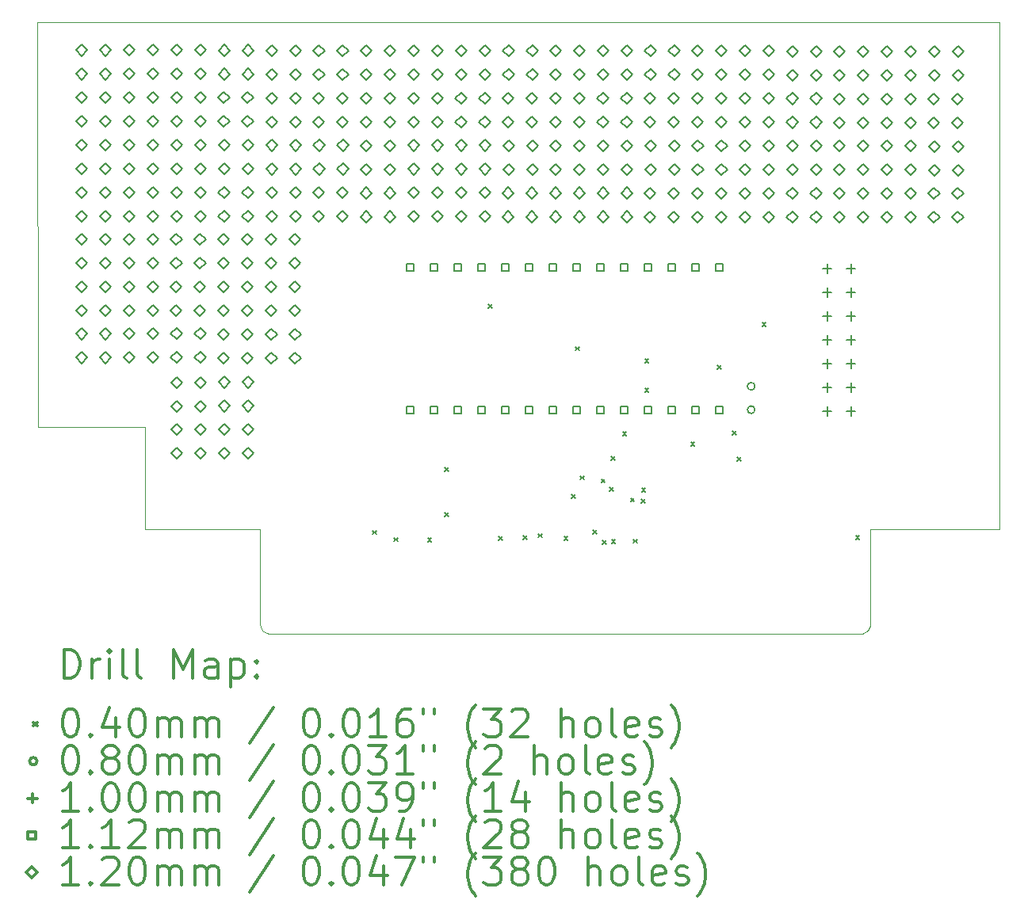
<source format=gbr>
%FSLAX45Y45*%
G04 Gerber Fmt 4.5, Leading zero omitted, Abs format (unit mm)*
G04 Created by KiCad (PCBNEW (5.1.5)-3) date 2020-07-01 21:27:15*
%MOMM*%
%LPD*%
G04 APERTURE LIST*
%TA.AperFunction,Profile*%
%ADD10C,0.050000*%
%TD*%
%ADD11C,0.200000*%
%ADD12C,0.300000*%
G04 APERTURE END LIST*
D10*
X18481040Y-2936240D02*
X18481040Y-8356600D01*
X8204200Y-2936240D02*
X18481040Y-2936240D01*
X8209280Y-7259320D02*
X8204200Y-2936240D01*
X9357360Y-7259320D02*
X8209280Y-7259320D01*
X9357360Y-8351520D02*
X9357360Y-7259320D01*
X10586720Y-8356600D02*
X9357360Y-8351520D01*
X10586720Y-8361680D02*
X10586720Y-8356600D01*
X10586720Y-9367520D02*
X10586720Y-8361680D01*
X10591800Y-9392920D02*
X10586720Y-9367520D01*
X10591800Y-9398000D02*
X10591800Y-9392920D01*
X10601960Y-9418320D02*
X10591800Y-9398000D01*
X10607040Y-9428480D02*
X10601960Y-9418320D01*
X10612120Y-9433560D02*
X10607040Y-9428480D01*
X10632440Y-9453880D02*
X10612120Y-9433560D01*
X10657840Y-9464040D02*
X10632440Y-9453880D01*
X10678160Y-9469120D02*
X10657840Y-9464040D01*
X17002760Y-9474200D02*
X10678160Y-9469120D01*
X17018000Y-9469120D02*
X17002760Y-9474200D01*
X17038320Y-9464040D02*
X17018000Y-9469120D01*
X17063720Y-9448800D02*
X17038320Y-9464040D01*
X17078960Y-9433560D02*
X17063720Y-9448800D01*
X17089120Y-9423400D02*
X17078960Y-9433560D01*
X17094200Y-9403080D02*
X17089120Y-9423400D01*
X17099280Y-9382760D02*
X17094200Y-9403080D01*
X17099280Y-9367520D02*
X17099280Y-9382760D01*
X17099280Y-8356600D02*
X17099280Y-9367520D01*
X18481040Y-8356600D02*
X17099280Y-8356600D01*
D11*
X11789730Y-8368350D02*
X11829730Y-8408350D01*
X11829730Y-8368350D02*
X11789730Y-8408350D01*
X12017060Y-8443280D02*
X12057060Y-8483280D01*
X12057060Y-8443280D02*
X12017060Y-8483280D01*
X12375200Y-8449630D02*
X12415200Y-8489630D01*
X12415200Y-8449630D02*
X12375200Y-8489630D01*
X12558080Y-7696520D02*
X12598080Y-7736520D01*
X12598080Y-7696520D02*
X12558080Y-7736520D01*
X12558080Y-8179120D02*
X12598080Y-8219120D01*
X12598080Y-8179120D02*
X12558080Y-8219120D01*
X13021630Y-5951540D02*
X13061630Y-5991540D01*
X13061630Y-5951540D02*
X13021630Y-5991540D01*
X13132485Y-8433120D02*
X13172485Y-8473120D01*
X13172485Y-8433120D02*
X13132485Y-8473120D01*
X13394900Y-8425743D02*
X13434900Y-8465743D01*
X13434900Y-8425743D02*
X13394900Y-8465743D01*
X13557739Y-8402809D02*
X13597739Y-8442809D01*
X13597739Y-8402809D02*
X13557739Y-8442809D01*
X13831890Y-8431850D02*
X13871890Y-8471850D01*
X13871890Y-8431850D02*
X13831890Y-8471850D01*
X13908821Y-7985011D02*
X13948821Y-8025011D01*
X13948821Y-7985011D02*
X13908821Y-8025011D01*
X13956350Y-6403660D02*
X13996350Y-6443660D01*
X13996350Y-6403660D02*
X13956350Y-6443660D01*
X14007150Y-7784150D02*
X14047150Y-7824150D01*
X14047150Y-7784150D02*
X14007150Y-7824150D01*
X14139341Y-8365683D02*
X14179341Y-8405683D01*
X14179341Y-8365683D02*
X14139341Y-8405683D01*
X14229734Y-7817595D02*
X14269734Y-7857595D01*
X14269734Y-7817595D02*
X14229734Y-7857595D01*
X14239432Y-8470747D02*
X14279432Y-8510747D01*
X14279432Y-8470747D02*
X14239432Y-8510747D01*
X14318907Y-7906769D02*
X14358907Y-7946769D01*
X14358907Y-7906769D02*
X14318907Y-7946769D01*
X14337350Y-7573330D02*
X14377350Y-7613330D01*
X14377350Y-7573330D02*
X14337350Y-7613330D01*
X14339329Y-8466223D02*
X14379329Y-8506223D01*
X14379329Y-8466223D02*
X14339329Y-8506223D01*
X14457492Y-7311710D02*
X14497492Y-7351710D01*
X14497492Y-7311710D02*
X14457492Y-7351710D01*
X14541989Y-8021471D02*
X14581989Y-8061471D01*
X14581989Y-8021471D02*
X14541989Y-8061471D01*
X14572720Y-8460496D02*
X14612720Y-8500496D01*
X14612720Y-8460496D02*
X14572720Y-8500496D01*
X14654850Y-8031800D02*
X14694850Y-8071800D01*
X14694850Y-8031800D02*
X14654850Y-8071800D01*
X14661200Y-7914960D02*
X14701200Y-7954960D01*
X14701200Y-7914960D02*
X14661200Y-7954960D01*
X14694728Y-6537010D02*
X14734728Y-6577010D01*
X14734728Y-6537010D02*
X14694728Y-6577010D01*
X14694728Y-6848812D02*
X14734728Y-6888812D01*
X14734728Y-6848812D02*
X14694728Y-6888812D01*
X15185345Y-7422188D02*
X15225345Y-7462188D01*
X15225345Y-7422188D02*
X15185345Y-7462188D01*
X15468920Y-6600510D02*
X15508920Y-6640510D01*
X15508920Y-6600510D02*
X15468920Y-6640510D01*
X15632242Y-7304344D02*
X15672242Y-7344344D01*
X15672242Y-7304344D02*
X15632242Y-7344344D01*
X15678470Y-7583998D02*
X15718470Y-7623998D01*
X15718470Y-7583998D02*
X15678470Y-7623998D01*
X15948218Y-6146612D02*
X15988218Y-6186612D01*
X15988218Y-6146612D02*
X15948218Y-6186612D01*
X16947708Y-8423976D02*
X16987708Y-8463976D01*
X16987708Y-8423976D02*
X16947708Y-8463976D01*
X15870550Y-6826440D02*
G75*
G03X15870550Y-6826440I-40000J0D01*
G01*
X15870550Y-7076440D02*
G75*
G03X15870550Y-7076440I-40000J0D01*
G01*
X16641572Y-5516918D02*
X16641572Y-5616918D01*
X16591572Y-5566918D02*
X16691572Y-5566918D01*
X16641572Y-5770918D02*
X16641572Y-5870918D01*
X16591572Y-5820918D02*
X16691572Y-5820918D01*
X16641572Y-6024918D02*
X16641572Y-6124918D01*
X16591572Y-6074918D02*
X16691572Y-6074918D01*
X16641572Y-6278918D02*
X16641572Y-6378918D01*
X16591572Y-6328918D02*
X16691572Y-6328918D01*
X16641572Y-6532918D02*
X16641572Y-6632918D01*
X16591572Y-6582918D02*
X16691572Y-6582918D01*
X16641572Y-6786918D02*
X16641572Y-6886918D01*
X16591572Y-6836918D02*
X16691572Y-6836918D01*
X16641572Y-7040918D02*
X16641572Y-7140918D01*
X16591572Y-7090918D02*
X16691572Y-7090918D01*
X16895572Y-5516918D02*
X16895572Y-5616918D01*
X16845572Y-5566918D02*
X16945572Y-5566918D01*
X16895572Y-5770918D02*
X16895572Y-5870918D01*
X16845572Y-5820918D02*
X16945572Y-5820918D01*
X16895572Y-6024918D02*
X16895572Y-6124918D01*
X16845572Y-6074918D02*
X16945572Y-6074918D01*
X16895572Y-6278918D02*
X16895572Y-6378918D01*
X16845572Y-6328918D02*
X16945572Y-6328918D01*
X16895572Y-6532918D02*
X16895572Y-6632918D01*
X16845572Y-6582918D02*
X16945572Y-6582918D01*
X16895572Y-6786918D02*
X16895572Y-6886918D01*
X16845572Y-6836918D02*
X16945572Y-6836918D01*
X16895572Y-7040918D02*
X16895572Y-7140918D01*
X16845572Y-7090918D02*
X16945572Y-7090918D01*
X12227703Y-5594493D02*
X12227703Y-5515467D01*
X12148676Y-5515467D01*
X12148676Y-5594493D01*
X12227703Y-5594493D01*
X12227703Y-7118493D02*
X12227703Y-7039466D01*
X12148676Y-7039466D01*
X12148676Y-7118493D01*
X12227703Y-7118493D01*
X12481703Y-5594493D02*
X12481703Y-5515467D01*
X12402676Y-5515467D01*
X12402676Y-5594493D01*
X12481703Y-5594493D01*
X12481703Y-7118493D02*
X12481703Y-7039466D01*
X12402676Y-7039466D01*
X12402676Y-7118493D01*
X12481703Y-7118493D01*
X12735703Y-5594493D02*
X12735703Y-5515467D01*
X12656676Y-5515467D01*
X12656676Y-5594493D01*
X12735703Y-5594493D01*
X12735703Y-7118493D02*
X12735703Y-7039466D01*
X12656676Y-7039466D01*
X12656676Y-7118493D01*
X12735703Y-7118493D01*
X12989703Y-5594493D02*
X12989703Y-5515467D01*
X12910676Y-5515467D01*
X12910676Y-5594493D01*
X12989703Y-5594493D01*
X12989703Y-7118493D02*
X12989703Y-7039466D01*
X12910676Y-7039466D01*
X12910676Y-7118493D01*
X12989703Y-7118493D01*
X13243703Y-5594493D02*
X13243703Y-5515467D01*
X13164676Y-5515467D01*
X13164676Y-5594493D01*
X13243703Y-5594493D01*
X13243703Y-7118493D02*
X13243703Y-7039466D01*
X13164676Y-7039466D01*
X13164676Y-7118493D01*
X13243703Y-7118493D01*
X13497703Y-5594493D02*
X13497703Y-5515467D01*
X13418676Y-5515467D01*
X13418676Y-5594493D01*
X13497703Y-5594493D01*
X13497703Y-7118493D02*
X13497703Y-7039466D01*
X13418676Y-7039466D01*
X13418676Y-7118493D01*
X13497703Y-7118493D01*
X13751703Y-5594493D02*
X13751703Y-5515467D01*
X13672676Y-5515467D01*
X13672676Y-5594493D01*
X13751703Y-5594493D01*
X13751703Y-7118493D02*
X13751703Y-7039466D01*
X13672676Y-7039466D01*
X13672676Y-7118493D01*
X13751703Y-7118493D01*
X14005703Y-5594493D02*
X14005703Y-5515467D01*
X13926676Y-5515467D01*
X13926676Y-5594493D01*
X14005703Y-5594493D01*
X14005703Y-7118493D02*
X14005703Y-7039466D01*
X13926676Y-7039466D01*
X13926676Y-7118493D01*
X14005703Y-7118493D01*
X14259703Y-5594493D02*
X14259703Y-5515467D01*
X14180676Y-5515467D01*
X14180676Y-5594493D01*
X14259703Y-5594493D01*
X14259703Y-7118493D02*
X14259703Y-7039466D01*
X14180676Y-7039466D01*
X14180676Y-7118493D01*
X14259703Y-7118493D01*
X14513703Y-5594493D02*
X14513703Y-5515467D01*
X14434676Y-5515467D01*
X14434676Y-5594493D01*
X14513703Y-5594493D01*
X14513703Y-7118493D02*
X14513703Y-7039466D01*
X14434676Y-7039466D01*
X14434676Y-7118493D01*
X14513703Y-7118493D01*
X14767703Y-5594493D02*
X14767703Y-5515467D01*
X14688676Y-5515467D01*
X14688676Y-5594493D01*
X14767703Y-5594493D01*
X14767703Y-7118493D02*
X14767703Y-7039466D01*
X14688676Y-7039466D01*
X14688676Y-7118493D01*
X14767703Y-7118493D01*
X15021703Y-5594493D02*
X15021703Y-5515467D01*
X14942676Y-5515467D01*
X14942676Y-5594493D01*
X15021703Y-5594493D01*
X15021703Y-7118493D02*
X15021703Y-7039466D01*
X14942676Y-7039466D01*
X14942676Y-7118493D01*
X15021703Y-7118493D01*
X15275703Y-5594493D02*
X15275703Y-5515467D01*
X15196676Y-5515467D01*
X15196676Y-5594493D01*
X15275703Y-5594493D01*
X15275703Y-7118493D02*
X15275703Y-7039466D01*
X15196676Y-7039466D01*
X15196676Y-7118493D01*
X15275703Y-7118493D01*
X15529703Y-5594493D02*
X15529703Y-5515467D01*
X15450676Y-5515467D01*
X15450676Y-5594493D01*
X15529703Y-5594493D01*
X15529703Y-7118493D02*
X15529703Y-7039466D01*
X15450676Y-7039466D01*
X15450676Y-7118493D01*
X15529703Y-7118493D01*
X15260828Y-4316024D02*
X15320828Y-4256024D01*
X15260828Y-4196024D01*
X15200828Y-4256024D01*
X15260828Y-4316024D01*
X15260828Y-4570024D02*
X15320828Y-4510024D01*
X15260828Y-4450024D01*
X15200828Y-4510024D01*
X15260828Y-4570024D01*
X15514828Y-4316024D02*
X15574828Y-4256024D01*
X15514828Y-4196024D01*
X15454828Y-4256024D01*
X15514828Y-4316024D01*
X15514828Y-4570024D02*
X15574828Y-4510024D01*
X15514828Y-4450024D01*
X15454828Y-4510024D01*
X15514828Y-4570024D01*
X9691624Y-3800912D02*
X9751624Y-3740912D01*
X9691624Y-3680912D01*
X9631624Y-3740912D01*
X9691624Y-3800912D01*
X9691624Y-4054912D02*
X9751624Y-3994912D01*
X9691624Y-3934912D01*
X9631624Y-3994912D01*
X9691624Y-4054912D01*
X9945624Y-3800912D02*
X10005624Y-3740912D01*
X9945624Y-3680912D01*
X9885624Y-3740912D01*
X9945624Y-3800912D01*
X9945624Y-4054912D02*
X10005624Y-3994912D01*
X9945624Y-3934912D01*
X9885624Y-3994912D01*
X9945624Y-4054912D01*
X9187688Y-4813356D02*
X9247688Y-4753356D01*
X9187688Y-4693356D01*
X9127688Y-4753356D01*
X9187688Y-4813356D01*
X9187688Y-5067356D02*
X9247688Y-5007356D01*
X9187688Y-4947356D01*
X9127688Y-5007356D01*
X9187688Y-5067356D01*
X9441688Y-4813356D02*
X9501688Y-4753356D01*
X9441688Y-4693356D01*
X9381688Y-4753356D01*
X9441688Y-4813356D01*
X9441688Y-5067356D02*
X9501688Y-5007356D01*
X9441688Y-4947356D01*
X9381688Y-5007356D01*
X9441688Y-5067356D01*
X14754352Y-4315516D02*
X14814352Y-4255516D01*
X14754352Y-4195516D01*
X14694352Y-4255516D01*
X14754352Y-4315516D01*
X14754352Y-4569516D02*
X14814352Y-4509516D01*
X14754352Y-4449516D01*
X14694352Y-4509516D01*
X14754352Y-4569516D01*
X15008352Y-4315516D02*
X15068352Y-4255516D01*
X15008352Y-4195516D01*
X14948352Y-4255516D01*
X15008352Y-4315516D01*
X15008352Y-4569516D02*
X15068352Y-4509516D01*
X15008352Y-4449516D01*
X14948352Y-4509516D01*
X15008352Y-4569516D01*
X15763240Y-4822500D02*
X15823240Y-4762500D01*
X15763240Y-4702500D01*
X15703240Y-4762500D01*
X15763240Y-4822500D01*
X15763240Y-5076500D02*
X15823240Y-5016500D01*
X15763240Y-4956500D01*
X15703240Y-5016500D01*
X15763240Y-5076500D01*
X16017240Y-4822500D02*
X16077240Y-4762500D01*
X16017240Y-4702500D01*
X15957240Y-4762500D01*
X16017240Y-4822500D01*
X16017240Y-5076500D02*
X16077240Y-5016500D01*
X16017240Y-4956500D01*
X15957240Y-5016500D01*
X16017240Y-5076500D01*
X13743940Y-4313484D02*
X13803940Y-4253484D01*
X13743940Y-4193484D01*
X13683940Y-4253484D01*
X13743940Y-4313484D01*
X13743940Y-4567484D02*
X13803940Y-4507484D01*
X13743940Y-4447484D01*
X13683940Y-4507484D01*
X13743940Y-4567484D01*
X13997940Y-4313484D02*
X14057940Y-4253484D01*
X13997940Y-4193484D01*
X13937940Y-4253484D01*
X13997940Y-4313484D01*
X13997940Y-4567484D02*
X14057940Y-4507484D01*
X13997940Y-4447484D01*
X13937940Y-4507484D01*
X13997940Y-4567484D01*
X16772636Y-3813104D02*
X16832636Y-3753104D01*
X16772636Y-3693104D01*
X16712636Y-3753104D01*
X16772636Y-3813104D01*
X16772636Y-4067104D02*
X16832636Y-4007104D01*
X16772636Y-3947104D01*
X16712636Y-4007104D01*
X16772636Y-4067104D01*
X17026636Y-3813104D02*
X17086636Y-3753104D01*
X17026636Y-3693104D01*
X16966636Y-3753104D01*
X17026636Y-3813104D01*
X17026636Y-4067104D02*
X17086636Y-4007104D01*
X17026636Y-3947104D01*
X16966636Y-4007104D01*
X17026636Y-4067104D01*
X10705084Y-5317800D02*
X10765084Y-5257800D01*
X10705084Y-5197800D01*
X10645084Y-5257800D01*
X10705084Y-5317800D01*
X10705084Y-5571800D02*
X10765084Y-5511800D01*
X10705084Y-5451800D01*
X10645084Y-5511800D01*
X10705084Y-5571800D01*
X10959084Y-5317800D02*
X11019084Y-5257800D01*
X10959084Y-5197800D01*
X10899084Y-5257800D01*
X10959084Y-5317800D01*
X10959084Y-5571800D02*
X11019084Y-5511800D01*
X10959084Y-5451800D01*
X10899084Y-5511800D01*
X10959084Y-5571800D01*
X9183116Y-5819704D02*
X9243116Y-5759704D01*
X9183116Y-5699704D01*
X9123116Y-5759704D01*
X9183116Y-5819704D01*
X9183116Y-6073704D02*
X9243116Y-6013704D01*
X9183116Y-5953704D01*
X9123116Y-6013704D01*
X9183116Y-6073704D01*
X9437116Y-5819704D02*
X9497116Y-5759704D01*
X9437116Y-5699704D01*
X9377116Y-5759704D01*
X9437116Y-5819704D01*
X9437116Y-6073704D02*
X9497116Y-6013704D01*
X9437116Y-5953704D01*
X9377116Y-6013704D01*
X9437116Y-6073704D01*
X12729972Y-3805484D02*
X12789972Y-3745484D01*
X12729972Y-3685484D01*
X12669972Y-3745484D01*
X12729972Y-3805484D01*
X12729972Y-4059484D02*
X12789972Y-3999484D01*
X12729972Y-3939484D01*
X12669972Y-3999484D01*
X12729972Y-4059484D01*
X12983972Y-3805484D02*
X13043972Y-3745484D01*
X12983972Y-3685484D01*
X12923972Y-3745484D01*
X12983972Y-3805484D01*
X12983972Y-4059484D02*
X13043972Y-3999484D01*
X12983972Y-3939484D01*
X12923972Y-3999484D01*
X12983972Y-4059484D01*
X17785080Y-3308660D02*
X17845080Y-3248660D01*
X17785080Y-3188660D01*
X17725080Y-3248660D01*
X17785080Y-3308660D01*
X17785080Y-3562660D02*
X17845080Y-3502660D01*
X17785080Y-3442660D01*
X17725080Y-3502660D01*
X17785080Y-3562660D01*
X18039080Y-3308660D02*
X18099080Y-3248660D01*
X18039080Y-3188660D01*
X17979080Y-3248660D01*
X18039080Y-3308660D01*
X18039080Y-3562660D02*
X18099080Y-3502660D01*
X18039080Y-3442660D01*
X17979080Y-3502660D01*
X18039080Y-3562660D01*
X10199624Y-3296468D02*
X10259624Y-3236468D01*
X10199624Y-3176468D01*
X10139624Y-3236468D01*
X10199624Y-3296468D01*
X10199624Y-3550468D02*
X10259624Y-3490468D01*
X10199624Y-3430468D01*
X10139624Y-3490468D01*
X10199624Y-3550468D01*
X10453624Y-3296468D02*
X10513624Y-3236468D01*
X10453624Y-3176468D01*
X10393624Y-3236468D01*
X10453624Y-3296468D01*
X10453624Y-3550468D02*
X10513624Y-3490468D01*
X10453624Y-3430468D01*
X10393624Y-3490468D01*
X10453624Y-3550468D01*
X12732004Y-3299008D02*
X12792004Y-3239008D01*
X12732004Y-3179008D01*
X12672004Y-3239008D01*
X12732004Y-3299008D01*
X12732004Y-3553008D02*
X12792004Y-3493008D01*
X12732004Y-3433008D01*
X12672004Y-3493008D01*
X12732004Y-3553008D01*
X12986004Y-3299008D02*
X13046004Y-3239008D01*
X12986004Y-3179008D01*
X12926004Y-3239008D01*
X12986004Y-3299008D01*
X12986004Y-3553008D02*
X13046004Y-3493008D01*
X12986004Y-3433008D01*
X12926004Y-3493008D01*
X12986004Y-3553008D01*
X12226036Y-4817928D02*
X12286036Y-4757928D01*
X12226036Y-4697928D01*
X12166036Y-4757928D01*
X12226036Y-4817928D01*
X12226036Y-5071928D02*
X12286036Y-5011928D01*
X12226036Y-4951928D01*
X12166036Y-5011928D01*
X12226036Y-5071928D01*
X12480036Y-4817928D02*
X12540036Y-4757928D01*
X12480036Y-4697928D01*
X12420036Y-4757928D01*
X12480036Y-4817928D01*
X12480036Y-5071928D02*
X12540036Y-5011928D01*
X12480036Y-4951928D01*
X12420036Y-5011928D01*
X12480036Y-5071928D01*
X11212068Y-4817928D02*
X11272068Y-4757928D01*
X11212068Y-4697928D01*
X11152068Y-4757928D01*
X11212068Y-4817928D01*
X11212068Y-5071928D02*
X11272068Y-5011928D01*
X11212068Y-4951928D01*
X11152068Y-5011928D01*
X11212068Y-5071928D01*
X11466068Y-4817928D02*
X11526068Y-4757928D01*
X11466068Y-4697928D01*
X11406068Y-4757928D01*
X11466068Y-4817928D01*
X11466068Y-5071928D02*
X11526068Y-5011928D01*
X11466068Y-4951928D01*
X11406068Y-5011928D01*
X11466068Y-5071928D01*
X9189720Y-4306880D02*
X9249720Y-4246880D01*
X9189720Y-4186880D01*
X9129720Y-4246880D01*
X9189720Y-4306880D01*
X9189720Y-4560880D02*
X9249720Y-4500880D01*
X9189720Y-4440880D01*
X9129720Y-4500880D01*
X9189720Y-4560880D01*
X9443720Y-4306880D02*
X9503720Y-4246880D01*
X9443720Y-4186880D01*
X9383720Y-4246880D01*
X9443720Y-4306880D01*
X9443720Y-4560880D02*
X9503720Y-4500880D01*
X9443720Y-4440880D01*
X9383720Y-4500880D01*
X9443720Y-4560880D01*
X16268700Y-3812088D02*
X16328700Y-3752088D01*
X16268700Y-3692088D01*
X16208700Y-3752088D01*
X16268700Y-3812088D01*
X16268700Y-4066088D02*
X16328700Y-4006088D01*
X16268700Y-3946088D01*
X16208700Y-4006088D01*
X16268700Y-4066088D01*
X16522700Y-3812088D02*
X16582700Y-3752088D01*
X16522700Y-3692088D01*
X16462700Y-3752088D01*
X16522700Y-3812088D01*
X16522700Y-4066088D02*
X16582700Y-4006088D01*
X16522700Y-3946088D01*
X16462700Y-4006088D01*
X16522700Y-4066088D01*
X8679688Y-4814372D02*
X8739688Y-4754372D01*
X8679688Y-4694372D01*
X8619688Y-4754372D01*
X8679688Y-4814372D01*
X8679688Y-5068372D02*
X8739688Y-5008372D01*
X8679688Y-4948372D01*
X8619688Y-5008372D01*
X8679688Y-5068372D01*
X8933688Y-4814372D02*
X8993688Y-4754372D01*
X8933688Y-4694372D01*
X8873688Y-4754372D01*
X8933688Y-4814372D01*
X8933688Y-5068372D02*
X8993688Y-5008372D01*
X8933688Y-4948372D01*
X8873688Y-5008372D01*
X8933688Y-5068372D01*
X12730480Y-4817928D02*
X12790480Y-4757928D01*
X12730480Y-4697928D01*
X12670480Y-4757928D01*
X12730480Y-4817928D01*
X12730480Y-5071928D02*
X12790480Y-5011928D01*
X12730480Y-4951928D01*
X12670480Y-5011928D01*
X12730480Y-5071928D01*
X12984480Y-4817928D02*
X13044480Y-4757928D01*
X12984480Y-4697928D01*
X12924480Y-4757928D01*
X12984480Y-4817928D01*
X12984480Y-5071928D02*
X13044480Y-5011928D01*
X12984480Y-4951928D01*
X12924480Y-5011928D01*
X12984480Y-5071928D01*
X11717528Y-3807516D02*
X11777528Y-3747516D01*
X11717528Y-3687516D01*
X11657528Y-3747516D01*
X11717528Y-3807516D01*
X11717528Y-4061516D02*
X11777528Y-4001516D01*
X11717528Y-3941516D01*
X11657528Y-4001516D01*
X11717528Y-4061516D01*
X11971528Y-3807516D02*
X12031528Y-3747516D01*
X11971528Y-3687516D01*
X11911528Y-3747516D01*
X11971528Y-3807516D01*
X11971528Y-4061516D02*
X12031528Y-4001516D01*
X11971528Y-3941516D01*
X11911528Y-4001516D01*
X11971528Y-4061516D01*
X9694308Y-7350326D02*
X9754308Y-7290326D01*
X9694308Y-7230326D01*
X9634308Y-7290326D01*
X9694308Y-7350326D01*
X9694308Y-7604326D02*
X9754308Y-7544326D01*
X9694308Y-7484326D01*
X9634308Y-7544326D01*
X9694308Y-7604326D01*
X9948308Y-7350326D02*
X10008308Y-7290326D01*
X9948308Y-7230326D01*
X9888308Y-7290326D01*
X9948308Y-7350326D01*
X9948308Y-7604326D02*
X10008308Y-7544326D01*
X9948308Y-7484326D01*
X9888308Y-7544326D01*
X9948308Y-7604326D01*
X10703052Y-5824276D02*
X10763052Y-5764276D01*
X10703052Y-5704276D01*
X10643052Y-5764276D01*
X10703052Y-5824276D01*
X10703052Y-6078276D02*
X10763052Y-6018276D01*
X10703052Y-5958276D01*
X10643052Y-6018276D01*
X10703052Y-6078276D01*
X10957052Y-5824276D02*
X11017052Y-5764276D01*
X10957052Y-5704276D01*
X10897052Y-5764276D01*
X10957052Y-5824276D01*
X10957052Y-6078276D02*
X11017052Y-6018276D01*
X10957052Y-5958276D01*
X10897052Y-6018276D01*
X10957052Y-6078276D01*
X10195560Y-5315260D02*
X10255560Y-5255260D01*
X10195560Y-5195260D01*
X10135560Y-5255260D01*
X10195560Y-5315260D01*
X10195560Y-5569260D02*
X10255560Y-5509260D01*
X10195560Y-5449260D01*
X10135560Y-5509260D01*
X10195560Y-5569260D01*
X10449560Y-5315260D02*
X10509560Y-5255260D01*
X10449560Y-5195260D01*
X10389560Y-5255260D01*
X10449560Y-5315260D01*
X10449560Y-5569260D02*
X10509560Y-5509260D01*
X10449560Y-5449260D01*
X10389560Y-5509260D01*
X10449560Y-5569260D01*
X13235940Y-3807516D02*
X13295940Y-3747516D01*
X13235940Y-3687516D01*
X13175940Y-3747516D01*
X13235940Y-3807516D01*
X13235940Y-4061516D02*
X13295940Y-4001516D01*
X13235940Y-3941516D01*
X13175940Y-4001516D01*
X13235940Y-4061516D01*
X13489940Y-3807516D02*
X13549940Y-3747516D01*
X13489940Y-3687516D01*
X13429940Y-3747516D01*
X13489940Y-3807516D01*
X13489940Y-4061516D02*
X13549940Y-4001516D01*
X13489940Y-3941516D01*
X13429940Y-4001516D01*
X13489940Y-4061516D01*
X14247876Y-3301040D02*
X14307876Y-3241040D01*
X14247876Y-3181040D01*
X14187876Y-3241040D01*
X14247876Y-3301040D01*
X14247876Y-3555040D02*
X14307876Y-3495040D01*
X14247876Y-3435040D01*
X14187876Y-3495040D01*
X14247876Y-3555040D01*
X14501876Y-3301040D02*
X14561876Y-3241040D01*
X14501876Y-3181040D01*
X14441876Y-3241040D01*
X14501876Y-3301040D01*
X14501876Y-3555040D02*
X14561876Y-3495040D01*
X14501876Y-3435040D01*
X14441876Y-3495040D01*
X14501876Y-3555040D01*
X9690100Y-6325672D02*
X9750100Y-6265672D01*
X9690100Y-6205672D01*
X9630100Y-6265672D01*
X9690100Y-6325672D01*
X9690100Y-6579672D02*
X9750100Y-6519672D01*
X9690100Y-6459672D01*
X9630100Y-6519672D01*
X9690100Y-6579672D01*
X9944100Y-6325672D02*
X10004100Y-6265672D01*
X9944100Y-6205672D01*
X9884100Y-6265672D01*
X9944100Y-6325672D01*
X9944100Y-6579672D02*
X10004100Y-6519672D01*
X9944100Y-6459672D01*
X9884100Y-6519672D01*
X9944100Y-6579672D01*
X10705592Y-6330244D02*
X10765592Y-6270244D01*
X10705592Y-6210244D01*
X10645592Y-6270244D01*
X10705592Y-6330244D01*
X10705592Y-6584244D02*
X10765592Y-6524244D01*
X10705592Y-6464244D01*
X10645592Y-6524244D01*
X10705592Y-6584244D01*
X10959592Y-6330244D02*
X11019592Y-6270244D01*
X10959592Y-6210244D01*
X10899592Y-6270244D01*
X10959592Y-6330244D01*
X10959592Y-6584244D02*
X11019592Y-6524244D01*
X10959592Y-6464244D01*
X10899592Y-6524244D01*
X10959592Y-6584244D01*
X8675116Y-5820720D02*
X8735116Y-5760720D01*
X8675116Y-5700720D01*
X8615116Y-5760720D01*
X8675116Y-5820720D01*
X8675116Y-6074720D02*
X8735116Y-6014720D01*
X8675116Y-5954720D01*
X8615116Y-6014720D01*
X8675116Y-6074720D01*
X8929116Y-5820720D02*
X8989116Y-5760720D01*
X8929116Y-5700720D01*
X8869116Y-5760720D01*
X8929116Y-5820720D01*
X8929116Y-6074720D02*
X8989116Y-6014720D01*
X8929116Y-5954720D01*
X8869116Y-6014720D01*
X8929116Y-6074720D01*
X14752320Y-4821992D02*
X14812320Y-4761992D01*
X14752320Y-4701992D01*
X14692320Y-4761992D01*
X14752320Y-4821992D01*
X14752320Y-5075992D02*
X14812320Y-5015992D01*
X14752320Y-4955992D01*
X14692320Y-5015992D01*
X14752320Y-5075992D01*
X15006320Y-4821992D02*
X15066320Y-4761992D01*
X15006320Y-4701992D01*
X14946320Y-4761992D01*
X15006320Y-4821992D01*
X15006320Y-5075992D02*
X15066320Y-5015992D01*
X15006320Y-4955992D01*
X14946320Y-5015992D01*
X15006320Y-5075992D01*
X10709656Y-4311452D02*
X10769656Y-4251452D01*
X10709656Y-4191452D01*
X10649656Y-4251452D01*
X10709656Y-4311452D01*
X10709656Y-4565452D02*
X10769656Y-4505452D01*
X10709656Y-4445452D01*
X10649656Y-4505452D01*
X10709656Y-4565452D01*
X10963656Y-4311452D02*
X11023656Y-4251452D01*
X10963656Y-4191452D01*
X10903656Y-4251452D01*
X10963656Y-4311452D01*
X10963656Y-4565452D02*
X11023656Y-4505452D01*
X10963656Y-4445452D01*
X10903656Y-4505452D01*
X10963656Y-4565452D01*
X10200132Y-4308912D02*
X10260132Y-4248912D01*
X10200132Y-4188912D01*
X10140132Y-4248912D01*
X10200132Y-4308912D01*
X10200132Y-4562912D02*
X10260132Y-4502912D01*
X10200132Y-4442912D01*
X10140132Y-4502912D01*
X10200132Y-4562912D01*
X10454132Y-4308912D02*
X10514132Y-4248912D01*
X10454132Y-4188912D01*
X10394132Y-4248912D01*
X10454132Y-4308912D01*
X10454132Y-4562912D02*
X10514132Y-4502912D01*
X10454132Y-4442912D01*
X10394132Y-4502912D01*
X10454132Y-4562912D01*
X9694164Y-4306880D02*
X9754164Y-4246880D01*
X9694164Y-4186880D01*
X9634164Y-4246880D01*
X9694164Y-4306880D01*
X9694164Y-4560880D02*
X9754164Y-4500880D01*
X9694164Y-4440880D01*
X9634164Y-4500880D01*
X9694164Y-4560880D01*
X9948164Y-4306880D02*
X10008164Y-4246880D01*
X9948164Y-4186880D01*
X9888164Y-4246880D01*
X9948164Y-4306880D01*
X9948164Y-4560880D02*
X10008164Y-4500880D01*
X9948164Y-4440880D01*
X9888164Y-4500880D01*
X9948164Y-4560880D01*
X13741908Y-4819960D02*
X13801908Y-4759960D01*
X13741908Y-4699960D01*
X13681908Y-4759960D01*
X13741908Y-4819960D01*
X13741908Y-5073960D02*
X13801908Y-5013960D01*
X13741908Y-4953960D01*
X13681908Y-5013960D01*
X13741908Y-5073960D01*
X13995908Y-4819960D02*
X14055908Y-4759960D01*
X13995908Y-4699960D01*
X13935908Y-4759960D01*
X13995908Y-4819960D01*
X13995908Y-5073960D02*
X14055908Y-5013960D01*
X13995908Y-4953960D01*
X13935908Y-5013960D01*
X13995908Y-5073960D01*
X14246352Y-4819960D02*
X14306352Y-4759960D01*
X14246352Y-4699960D01*
X14186352Y-4759960D01*
X14246352Y-4819960D01*
X14246352Y-5073960D02*
X14306352Y-5013960D01*
X14246352Y-4953960D01*
X14186352Y-5013960D01*
X14246352Y-5073960D01*
X14500352Y-4819960D02*
X14560352Y-4759960D01*
X14500352Y-4699960D01*
X14440352Y-4759960D01*
X14500352Y-4819960D01*
X14500352Y-5073960D02*
X14560352Y-5013960D01*
X14500352Y-4953960D01*
X14440352Y-5013960D01*
X14500352Y-5073960D01*
X10707116Y-3805484D02*
X10767116Y-3745484D01*
X10707116Y-3685484D01*
X10647116Y-3745484D01*
X10707116Y-3805484D01*
X10707116Y-4059484D02*
X10767116Y-3999484D01*
X10707116Y-3939484D01*
X10647116Y-3999484D01*
X10707116Y-4059484D01*
X10961116Y-3805484D02*
X11021116Y-3745484D01*
X10961116Y-3685484D01*
X10901116Y-3745484D01*
X10961116Y-3805484D01*
X10961116Y-4059484D02*
X11021116Y-3999484D01*
X10961116Y-3939484D01*
X10901116Y-3999484D01*
X10961116Y-4059484D01*
X10193528Y-5821736D02*
X10253528Y-5761736D01*
X10193528Y-5701736D01*
X10133528Y-5761736D01*
X10193528Y-5821736D01*
X10193528Y-6075736D02*
X10253528Y-6015736D01*
X10193528Y-5955736D01*
X10133528Y-6015736D01*
X10193528Y-6075736D01*
X10447528Y-5821736D02*
X10507528Y-5761736D01*
X10447528Y-5701736D01*
X10387528Y-5761736D01*
X10447528Y-5821736D01*
X10447528Y-6075736D02*
X10507528Y-6015736D01*
X10447528Y-5955736D01*
X10387528Y-6015736D01*
X10447528Y-6075736D01*
X13238480Y-4313484D02*
X13298480Y-4253484D01*
X13238480Y-4193484D01*
X13178480Y-4253484D01*
X13238480Y-4313484D01*
X13238480Y-4567484D02*
X13298480Y-4507484D01*
X13238480Y-4447484D01*
X13178480Y-4507484D01*
X13238480Y-4567484D01*
X13492480Y-4313484D02*
X13552480Y-4253484D01*
X13492480Y-4193484D01*
X13432480Y-4253484D01*
X13492480Y-4313484D01*
X13492480Y-4567484D02*
X13552480Y-4507484D01*
X13492480Y-4447484D01*
X13432480Y-4507484D01*
X13492480Y-4567484D01*
X8681212Y-3295452D02*
X8741212Y-3235452D01*
X8681212Y-3175452D01*
X8621212Y-3235452D01*
X8681212Y-3295452D01*
X8681212Y-3549452D02*
X8741212Y-3489452D01*
X8681212Y-3429452D01*
X8621212Y-3489452D01*
X8681212Y-3549452D01*
X8935212Y-3295452D02*
X8995212Y-3235452D01*
X8935212Y-3175452D01*
X8875212Y-3235452D01*
X8935212Y-3295452D01*
X8935212Y-3549452D02*
X8995212Y-3489452D01*
X8935212Y-3429452D01*
X8875212Y-3489452D01*
X8935212Y-3549452D01*
X9189212Y-3294436D02*
X9249212Y-3234436D01*
X9189212Y-3174436D01*
X9129212Y-3234436D01*
X9189212Y-3294436D01*
X9189212Y-3548436D02*
X9249212Y-3488436D01*
X9189212Y-3428436D01*
X9129212Y-3488436D01*
X9189212Y-3548436D01*
X9443212Y-3294436D02*
X9503212Y-3234436D01*
X9443212Y-3174436D01*
X9383212Y-3234436D01*
X9443212Y-3294436D01*
X9443212Y-3548436D02*
X9503212Y-3488436D01*
X9443212Y-3428436D01*
X9383212Y-3488436D01*
X9443212Y-3548436D01*
X9687560Y-5819704D02*
X9747560Y-5759704D01*
X9687560Y-5699704D01*
X9627560Y-5759704D01*
X9687560Y-5819704D01*
X9687560Y-6073704D02*
X9747560Y-6013704D01*
X9687560Y-5953704D01*
X9627560Y-6013704D01*
X9687560Y-6073704D01*
X9941560Y-5819704D02*
X10001560Y-5759704D01*
X9941560Y-5699704D01*
X9881560Y-5759704D01*
X9941560Y-5819704D01*
X9941560Y-6073704D02*
X10001560Y-6013704D01*
X9941560Y-5953704D01*
X9881560Y-6013704D01*
X9941560Y-6073704D01*
X13741400Y-3807516D02*
X13801400Y-3747516D01*
X13741400Y-3687516D01*
X13681400Y-3747516D01*
X13741400Y-3807516D01*
X13741400Y-4061516D02*
X13801400Y-4001516D01*
X13741400Y-3941516D01*
X13681400Y-4001516D01*
X13741400Y-4061516D01*
X13995400Y-3807516D02*
X14055400Y-3747516D01*
X13995400Y-3687516D01*
X13935400Y-3747516D01*
X13995400Y-3807516D01*
X13995400Y-4061516D02*
X14055400Y-4001516D01*
X13995400Y-3941516D01*
X13935400Y-4001516D01*
X13995400Y-4061516D01*
X15260320Y-3303580D02*
X15320320Y-3243580D01*
X15260320Y-3183580D01*
X15200320Y-3243580D01*
X15260320Y-3303580D01*
X15260320Y-3557580D02*
X15320320Y-3497580D01*
X15260320Y-3437580D01*
X15200320Y-3497580D01*
X15260320Y-3557580D01*
X15514320Y-3303580D02*
X15574320Y-3243580D01*
X15514320Y-3183580D01*
X15454320Y-3243580D01*
X15514320Y-3303580D01*
X15514320Y-3557580D02*
X15574320Y-3497580D01*
X15514320Y-3437580D01*
X15454320Y-3497580D01*
X15514320Y-3557580D01*
X9185656Y-6325672D02*
X9245656Y-6265672D01*
X9185656Y-6205672D01*
X9125656Y-6265672D01*
X9185656Y-6325672D01*
X9185656Y-6579672D02*
X9245656Y-6519672D01*
X9185656Y-6459672D01*
X9125656Y-6519672D01*
X9185656Y-6579672D01*
X9439656Y-6325672D02*
X9499656Y-6265672D01*
X9439656Y-6205672D01*
X9379656Y-6265672D01*
X9439656Y-6325672D01*
X9439656Y-6579672D02*
X9499656Y-6519672D01*
X9439656Y-6459672D01*
X9379656Y-6519672D01*
X9439656Y-6579672D01*
X16269208Y-4824532D02*
X16329208Y-4764532D01*
X16269208Y-4704532D01*
X16209208Y-4764532D01*
X16269208Y-4824532D01*
X16269208Y-5078532D02*
X16329208Y-5018532D01*
X16269208Y-4958532D01*
X16209208Y-5018532D01*
X16269208Y-5078532D01*
X16523208Y-4824532D02*
X16583208Y-4764532D01*
X16523208Y-4704532D01*
X16463208Y-4764532D01*
X16523208Y-4824532D01*
X16523208Y-5078532D02*
X16583208Y-5018532D01*
X16523208Y-4958532D01*
X16463208Y-5018532D01*
X16523208Y-5078532D01*
X9689592Y-5313228D02*
X9749592Y-5253228D01*
X9689592Y-5193228D01*
X9629592Y-5253228D01*
X9689592Y-5313228D01*
X9689592Y-5567228D02*
X9749592Y-5507228D01*
X9689592Y-5447228D01*
X9629592Y-5507228D01*
X9689592Y-5567228D01*
X9943592Y-5313228D02*
X10003592Y-5253228D01*
X9943592Y-5193228D01*
X9883592Y-5253228D01*
X9943592Y-5313228D01*
X9943592Y-5567228D02*
X10003592Y-5507228D01*
X9943592Y-5447228D01*
X9883592Y-5507228D01*
X9943592Y-5567228D01*
X17785588Y-4321104D02*
X17845588Y-4261104D01*
X17785588Y-4201104D01*
X17725588Y-4261104D01*
X17785588Y-4321104D01*
X17785588Y-4575104D02*
X17845588Y-4515104D01*
X17785588Y-4455104D01*
X17725588Y-4515104D01*
X17785588Y-4575104D01*
X18039588Y-4321104D02*
X18099588Y-4261104D01*
X18039588Y-4201104D01*
X17979588Y-4261104D01*
X18039588Y-4321104D01*
X18039588Y-4575104D02*
X18099588Y-4515104D01*
X18039588Y-4455104D01*
X17979588Y-4515104D01*
X18039588Y-4575104D01*
X15765272Y-4316024D02*
X15825272Y-4256024D01*
X15765272Y-4196024D01*
X15705272Y-4256024D01*
X15765272Y-4316024D01*
X15765272Y-4570024D02*
X15825272Y-4510024D01*
X15765272Y-4450024D01*
X15705272Y-4510024D01*
X15765272Y-4570024D01*
X16019272Y-4316024D02*
X16079272Y-4256024D01*
X16019272Y-4196024D01*
X15959272Y-4256024D01*
X16019272Y-4316024D01*
X16019272Y-4570024D02*
X16079272Y-4510024D01*
X16019272Y-4450024D01*
X15959272Y-4510024D01*
X16019272Y-4570024D01*
X13236448Y-4819960D02*
X13296448Y-4759960D01*
X13236448Y-4699960D01*
X13176448Y-4759960D01*
X13236448Y-4819960D01*
X13236448Y-5073960D02*
X13296448Y-5013960D01*
X13236448Y-4953960D01*
X13176448Y-5013960D01*
X13236448Y-5073960D01*
X13490448Y-4819960D02*
X13550448Y-4759960D01*
X13490448Y-4699960D01*
X13430448Y-4759960D01*
X13490448Y-4819960D01*
X13490448Y-5073960D02*
X13550448Y-5013960D01*
X13490448Y-4953960D01*
X13430448Y-5013960D01*
X13490448Y-5073960D01*
X17277588Y-4825548D02*
X17337588Y-4765548D01*
X17277588Y-4705548D01*
X17217588Y-4765548D01*
X17277588Y-4825548D01*
X17277588Y-5079548D02*
X17337588Y-5019548D01*
X17277588Y-4959548D01*
X17217588Y-5019548D01*
X17277588Y-5079548D01*
X17531588Y-4825548D02*
X17591588Y-4765548D01*
X17531588Y-4705548D01*
X17471588Y-4765548D01*
X17531588Y-4825548D01*
X17531588Y-5079548D02*
X17591588Y-5019548D01*
X17531588Y-4959548D01*
X17471588Y-5019548D01*
X17531588Y-5079548D01*
X11211560Y-3805484D02*
X11271560Y-3745484D01*
X11211560Y-3685484D01*
X11151560Y-3745484D01*
X11211560Y-3805484D01*
X11211560Y-4059484D02*
X11271560Y-3999484D01*
X11211560Y-3939484D01*
X11151560Y-3999484D01*
X11211560Y-4059484D01*
X11465560Y-3805484D02*
X11525560Y-3745484D01*
X11465560Y-3685484D01*
X11405560Y-3745484D01*
X11465560Y-3805484D01*
X11465560Y-4059484D02*
X11525560Y-3999484D01*
X11465560Y-3939484D01*
X11405560Y-3999484D01*
X11465560Y-4059484D01*
X9691768Y-6844358D02*
X9751768Y-6784358D01*
X9691768Y-6724358D01*
X9631768Y-6784358D01*
X9691768Y-6844358D01*
X9691768Y-7098358D02*
X9751768Y-7038358D01*
X9691768Y-6978358D01*
X9631768Y-7038358D01*
X9691768Y-7098358D01*
X9945768Y-6844358D02*
X10005768Y-6784358D01*
X9945768Y-6724358D01*
X9885768Y-6784358D01*
X9945768Y-6844358D01*
X9945768Y-7098358D02*
X10005768Y-7038358D01*
X9945768Y-6978358D01*
X9885768Y-7038358D01*
X9945768Y-7098358D01*
X15762732Y-3810056D02*
X15822732Y-3750056D01*
X15762732Y-3690056D01*
X15702732Y-3750056D01*
X15762732Y-3810056D01*
X15762732Y-4064056D02*
X15822732Y-4004056D01*
X15762732Y-3944056D01*
X15702732Y-4004056D01*
X15762732Y-4064056D01*
X16016732Y-3810056D02*
X16076732Y-3750056D01*
X16016732Y-3690056D01*
X15956732Y-3750056D01*
X16016732Y-3810056D01*
X16016732Y-4064056D02*
X16076732Y-4004056D01*
X16016732Y-3944056D01*
X15956732Y-4004056D01*
X16016732Y-4064056D01*
X9185148Y-5313228D02*
X9245148Y-5253228D01*
X9185148Y-5193228D01*
X9125148Y-5253228D01*
X9185148Y-5313228D01*
X9185148Y-5567228D02*
X9245148Y-5507228D01*
X9185148Y-5447228D01*
X9125148Y-5507228D01*
X9185148Y-5567228D01*
X9439148Y-5313228D02*
X9499148Y-5253228D01*
X9439148Y-5193228D01*
X9379148Y-5253228D01*
X9439148Y-5313228D01*
X9439148Y-5567228D02*
X9499148Y-5507228D01*
X9439148Y-5447228D01*
X9379148Y-5507228D01*
X9439148Y-5567228D01*
X12225528Y-3805484D02*
X12285528Y-3745484D01*
X12225528Y-3685484D01*
X12165528Y-3745484D01*
X12225528Y-3805484D01*
X12225528Y-4059484D02*
X12285528Y-3999484D01*
X12225528Y-3939484D01*
X12165528Y-3999484D01*
X12225528Y-4059484D01*
X12479528Y-3805484D02*
X12539528Y-3745484D01*
X12479528Y-3685484D01*
X12419528Y-3745484D01*
X12479528Y-3805484D01*
X12479528Y-4059484D02*
X12539528Y-3999484D01*
X12479528Y-3939484D01*
X12419528Y-3999484D01*
X12479528Y-4059484D01*
X13237972Y-3301040D02*
X13297972Y-3241040D01*
X13237972Y-3181040D01*
X13177972Y-3241040D01*
X13237972Y-3301040D01*
X13237972Y-3555040D02*
X13297972Y-3495040D01*
X13237972Y-3435040D01*
X13177972Y-3495040D01*
X13237972Y-3555040D01*
X13491972Y-3301040D02*
X13551972Y-3241040D01*
X13491972Y-3181040D01*
X13431972Y-3241040D01*
X13491972Y-3301040D01*
X13491972Y-3555040D02*
X13551972Y-3495040D01*
X13491972Y-3435040D01*
X13431972Y-3495040D01*
X13491972Y-3555040D01*
X15764764Y-3303580D02*
X15824764Y-3243580D01*
X15764764Y-3183580D01*
X15704764Y-3243580D01*
X15764764Y-3303580D01*
X15764764Y-3557580D02*
X15824764Y-3497580D01*
X15764764Y-3437580D01*
X15704764Y-3497580D01*
X15764764Y-3557580D01*
X16018764Y-3303580D02*
X16078764Y-3243580D01*
X16018764Y-3183580D01*
X15958764Y-3243580D01*
X16018764Y-3303580D01*
X16018764Y-3557580D02*
X16078764Y-3497580D01*
X16018764Y-3437580D01*
X15958764Y-3497580D01*
X16018764Y-3557580D01*
X15258796Y-4822500D02*
X15318796Y-4762500D01*
X15258796Y-4702500D01*
X15198796Y-4762500D01*
X15258796Y-4822500D01*
X15258796Y-5076500D02*
X15318796Y-5016500D01*
X15258796Y-4956500D01*
X15198796Y-5016500D01*
X15258796Y-5076500D01*
X15512796Y-4822500D02*
X15572796Y-4762500D01*
X15512796Y-4702500D01*
X15452796Y-4762500D01*
X15512796Y-4822500D01*
X15512796Y-5076500D02*
X15572796Y-5016500D01*
X15512796Y-4956500D01*
X15452796Y-5016500D01*
X15512796Y-5076500D01*
X11214100Y-4311452D02*
X11274100Y-4251452D01*
X11214100Y-4191452D01*
X11154100Y-4251452D01*
X11214100Y-4311452D01*
X11214100Y-4565452D02*
X11274100Y-4505452D01*
X11214100Y-4445452D01*
X11154100Y-4505452D01*
X11214100Y-4565452D01*
X11468100Y-4311452D02*
X11528100Y-4251452D01*
X11468100Y-4191452D01*
X11408100Y-4251452D01*
X11468100Y-4311452D01*
X11468100Y-4565452D02*
X11528100Y-4505452D01*
X11468100Y-4445452D01*
X11408100Y-4505452D01*
X11468100Y-4565452D01*
X17279620Y-4319072D02*
X17339620Y-4259072D01*
X17279620Y-4199072D01*
X17219620Y-4259072D01*
X17279620Y-4319072D01*
X17279620Y-4573072D02*
X17339620Y-4513072D01*
X17279620Y-4453072D01*
X17219620Y-4513072D01*
X17279620Y-4573072D01*
X17533620Y-4319072D02*
X17593620Y-4259072D01*
X17533620Y-4199072D01*
X17473620Y-4259072D01*
X17533620Y-4319072D01*
X17533620Y-4573072D02*
X17593620Y-4513072D01*
X17533620Y-4453072D01*
X17473620Y-4513072D01*
X17533620Y-4573072D01*
X16271240Y-4318056D02*
X16331240Y-4258056D01*
X16271240Y-4198056D01*
X16211240Y-4258056D01*
X16271240Y-4318056D01*
X16271240Y-4572056D02*
X16331240Y-4512056D01*
X16271240Y-4452056D01*
X16211240Y-4512056D01*
X16271240Y-4572056D01*
X16525240Y-4318056D02*
X16585240Y-4258056D01*
X16525240Y-4198056D01*
X16465240Y-4258056D01*
X16525240Y-4318056D01*
X16525240Y-4572056D02*
X16585240Y-4512056D01*
X16525240Y-4452056D01*
X16465240Y-4512056D01*
X16525240Y-4572056D01*
X10198100Y-4815388D02*
X10258100Y-4755388D01*
X10198100Y-4695388D01*
X10138100Y-4755388D01*
X10198100Y-4815388D01*
X10198100Y-5069388D02*
X10258100Y-5009388D01*
X10198100Y-4949388D01*
X10138100Y-5009388D01*
X10198100Y-5069388D01*
X10452100Y-4815388D02*
X10512100Y-4755388D01*
X10452100Y-4695388D01*
X10392100Y-4755388D01*
X10452100Y-4815388D01*
X10452100Y-5069388D02*
X10512100Y-5009388D01*
X10452100Y-4949388D01*
X10392100Y-5009388D01*
X10452100Y-5069388D01*
X10202308Y-7349310D02*
X10262308Y-7289310D01*
X10202308Y-7229310D01*
X10142308Y-7289310D01*
X10202308Y-7349310D01*
X10202308Y-7603310D02*
X10262308Y-7543310D01*
X10202308Y-7483310D01*
X10142308Y-7543310D01*
X10202308Y-7603310D01*
X10456308Y-7349310D02*
X10516308Y-7289310D01*
X10456308Y-7229310D01*
X10396308Y-7289310D01*
X10456308Y-7349310D01*
X10456308Y-7603310D02*
X10516308Y-7543310D01*
X10456308Y-7483310D01*
X10396308Y-7543310D01*
X10456308Y-7603310D01*
X10197592Y-3802944D02*
X10257592Y-3742944D01*
X10197592Y-3682944D01*
X10137592Y-3742944D01*
X10197592Y-3802944D01*
X10197592Y-4056944D02*
X10257592Y-3996944D01*
X10197592Y-3936944D01*
X10137592Y-3996944D01*
X10197592Y-4056944D01*
X10451592Y-3802944D02*
X10511592Y-3742944D01*
X10451592Y-3682944D01*
X10391592Y-3742944D01*
X10451592Y-3802944D01*
X10451592Y-4056944D02*
X10511592Y-3996944D01*
X10451592Y-3936944D01*
X10391592Y-3996944D01*
X10451592Y-4056944D01*
X9693656Y-3294436D02*
X9753656Y-3234436D01*
X9693656Y-3174436D01*
X9633656Y-3234436D01*
X9693656Y-3294436D01*
X9693656Y-3548436D02*
X9753656Y-3488436D01*
X9693656Y-3428436D01*
X9633656Y-3488436D01*
X9693656Y-3548436D01*
X9947656Y-3294436D02*
X10007656Y-3234436D01*
X9947656Y-3174436D01*
X9887656Y-3234436D01*
X9947656Y-3294436D01*
X9947656Y-3548436D02*
X10007656Y-3488436D01*
X9947656Y-3428436D01*
X9887656Y-3488436D01*
X9947656Y-3548436D01*
X17279112Y-3306628D02*
X17339112Y-3246628D01*
X17279112Y-3186628D01*
X17219112Y-3246628D01*
X17279112Y-3306628D01*
X17279112Y-3560628D02*
X17339112Y-3500628D01*
X17279112Y-3440628D01*
X17219112Y-3500628D01*
X17279112Y-3560628D01*
X17533112Y-3306628D02*
X17593112Y-3246628D01*
X17533112Y-3186628D01*
X17473112Y-3246628D01*
X17533112Y-3306628D01*
X17533112Y-3560628D02*
X17593112Y-3500628D01*
X17533112Y-3440628D01*
X17473112Y-3500628D01*
X17533112Y-3560628D01*
X16774668Y-3306628D02*
X16834668Y-3246628D01*
X16774668Y-3186628D01*
X16714668Y-3246628D01*
X16774668Y-3306628D01*
X16774668Y-3560628D02*
X16834668Y-3500628D01*
X16774668Y-3440628D01*
X16714668Y-3500628D01*
X16774668Y-3560628D01*
X17028668Y-3306628D02*
X17088668Y-3246628D01*
X17028668Y-3186628D01*
X16968668Y-3246628D01*
X17028668Y-3306628D01*
X17028668Y-3560628D02*
X17088668Y-3500628D01*
X17028668Y-3440628D01*
X16968668Y-3500628D01*
X17028668Y-3560628D01*
X12732512Y-4311452D02*
X12792512Y-4251452D01*
X12732512Y-4191452D01*
X12672512Y-4251452D01*
X12732512Y-4311452D01*
X12732512Y-4565452D02*
X12792512Y-4505452D01*
X12732512Y-4445452D01*
X12672512Y-4505452D01*
X12732512Y-4565452D01*
X12986512Y-4311452D02*
X13046512Y-4251452D01*
X12986512Y-4191452D01*
X12926512Y-4251452D01*
X12986512Y-4311452D01*
X12986512Y-4565452D02*
X13046512Y-4505452D01*
X12986512Y-4445452D01*
X12926512Y-4505452D01*
X12986512Y-4565452D01*
X11719560Y-3301040D02*
X11779560Y-3241040D01*
X11719560Y-3181040D01*
X11659560Y-3241040D01*
X11719560Y-3301040D01*
X11719560Y-3555040D02*
X11779560Y-3495040D01*
X11719560Y-3435040D01*
X11659560Y-3495040D01*
X11719560Y-3555040D01*
X11973560Y-3301040D02*
X12033560Y-3241040D01*
X11973560Y-3181040D01*
X11913560Y-3241040D01*
X11973560Y-3301040D01*
X11973560Y-3555040D02*
X12033560Y-3495040D01*
X11973560Y-3435040D01*
X11913560Y-3495040D01*
X11973560Y-3555040D01*
X16773144Y-4825548D02*
X16833144Y-4765548D01*
X16773144Y-4705548D01*
X16713144Y-4765548D01*
X16773144Y-4825548D01*
X16773144Y-5079548D02*
X16833144Y-5019548D01*
X16773144Y-4959548D01*
X16713144Y-5019548D01*
X16773144Y-5079548D01*
X17027144Y-4825548D02*
X17087144Y-4765548D01*
X17027144Y-4705548D01*
X16967144Y-4765548D01*
X17027144Y-4825548D01*
X17027144Y-5079548D02*
X17087144Y-5019548D01*
X17027144Y-4959548D01*
X16967144Y-5019548D01*
X17027144Y-5079548D01*
X16775176Y-4319072D02*
X16835176Y-4259072D01*
X16775176Y-4199072D01*
X16715176Y-4259072D01*
X16775176Y-4319072D01*
X16775176Y-4573072D02*
X16835176Y-4513072D01*
X16775176Y-4453072D01*
X16715176Y-4513072D01*
X16775176Y-4573072D01*
X17029176Y-4319072D02*
X17089176Y-4259072D01*
X17029176Y-4199072D01*
X16969176Y-4259072D01*
X17029176Y-4319072D01*
X17029176Y-4573072D02*
X17089176Y-4513072D01*
X17029176Y-4453072D01*
X16969176Y-4513072D01*
X17029176Y-4573072D01*
X8679180Y-3801928D02*
X8739180Y-3741928D01*
X8679180Y-3681928D01*
X8619180Y-3741928D01*
X8679180Y-3801928D01*
X8679180Y-4055928D02*
X8739180Y-3995928D01*
X8679180Y-3935928D01*
X8619180Y-3995928D01*
X8679180Y-4055928D01*
X8933180Y-3801928D02*
X8993180Y-3741928D01*
X8933180Y-3681928D01*
X8873180Y-3741928D01*
X8933180Y-3801928D01*
X8933180Y-4055928D02*
X8993180Y-3995928D01*
X8933180Y-3935928D01*
X8873180Y-3995928D01*
X8933180Y-4055928D01*
X14248384Y-4313484D02*
X14308384Y-4253484D01*
X14248384Y-4193484D01*
X14188384Y-4253484D01*
X14248384Y-4313484D01*
X14248384Y-4567484D02*
X14308384Y-4507484D01*
X14248384Y-4447484D01*
X14188384Y-4507484D01*
X14248384Y-4567484D01*
X14502384Y-4313484D02*
X14562384Y-4253484D01*
X14502384Y-4193484D01*
X14442384Y-4253484D01*
X14502384Y-4313484D01*
X14502384Y-4567484D02*
X14562384Y-4507484D01*
X14502384Y-4447484D01*
X14442384Y-4507484D01*
X14502384Y-4567484D01*
X17783556Y-4827580D02*
X17843556Y-4767580D01*
X17783556Y-4707580D01*
X17723556Y-4767580D01*
X17783556Y-4827580D01*
X17783556Y-5081580D02*
X17843556Y-5021580D01*
X17783556Y-4961580D01*
X17723556Y-5021580D01*
X17783556Y-5081580D01*
X18037556Y-4827580D02*
X18097556Y-4767580D01*
X18037556Y-4707580D01*
X17977556Y-4767580D01*
X18037556Y-4827580D01*
X18037556Y-5081580D02*
X18097556Y-5021580D01*
X18037556Y-4961580D01*
X17977556Y-5021580D01*
X18037556Y-5081580D01*
X14245844Y-3807516D02*
X14305844Y-3747516D01*
X14245844Y-3687516D01*
X14185844Y-3747516D01*
X14245844Y-3807516D01*
X14245844Y-4061516D02*
X14305844Y-4001516D01*
X14245844Y-3941516D01*
X14185844Y-4001516D01*
X14245844Y-4061516D01*
X14499844Y-3807516D02*
X14559844Y-3747516D01*
X14499844Y-3687516D01*
X14439844Y-3747516D01*
X14499844Y-3807516D01*
X14499844Y-4061516D02*
X14559844Y-4001516D01*
X14499844Y-3941516D01*
X14439844Y-4001516D01*
X14499844Y-4061516D01*
X15258288Y-3810056D02*
X15318288Y-3750056D01*
X15258288Y-3690056D01*
X15198288Y-3750056D01*
X15258288Y-3810056D01*
X15258288Y-4064056D02*
X15318288Y-4004056D01*
X15258288Y-3944056D01*
X15198288Y-4004056D01*
X15258288Y-4064056D01*
X15512288Y-3810056D02*
X15572288Y-3750056D01*
X15512288Y-3690056D01*
X15452288Y-3750056D01*
X15512288Y-3810056D01*
X15512288Y-4064056D02*
X15572288Y-4004056D01*
X15512288Y-3944056D01*
X15452288Y-4004056D01*
X15512288Y-4064056D01*
X10199768Y-6843342D02*
X10259768Y-6783342D01*
X10199768Y-6723342D01*
X10139768Y-6783342D01*
X10199768Y-6843342D01*
X10199768Y-7097342D02*
X10259768Y-7037342D01*
X10199768Y-6977342D01*
X10139768Y-7037342D01*
X10199768Y-7097342D01*
X10453768Y-6843342D02*
X10513768Y-6783342D01*
X10453768Y-6723342D01*
X10393768Y-6783342D01*
X10453768Y-6843342D01*
X10453768Y-7097342D02*
X10513768Y-7037342D01*
X10453768Y-6977342D01*
X10393768Y-7037342D01*
X10453768Y-7097342D01*
X9187180Y-3800912D02*
X9247180Y-3740912D01*
X9187180Y-3680912D01*
X9127180Y-3740912D01*
X9187180Y-3800912D01*
X9187180Y-4054912D02*
X9247180Y-3994912D01*
X9187180Y-3934912D01*
X9127180Y-3994912D01*
X9187180Y-4054912D01*
X9441180Y-3800912D02*
X9501180Y-3740912D01*
X9441180Y-3680912D01*
X9381180Y-3740912D01*
X9441180Y-3800912D01*
X9441180Y-4054912D02*
X9501180Y-3994912D01*
X9441180Y-3934912D01*
X9381180Y-3994912D01*
X9441180Y-4054912D01*
X12228068Y-4311452D02*
X12288068Y-4251452D01*
X12228068Y-4191452D01*
X12168068Y-4251452D01*
X12228068Y-4311452D01*
X12228068Y-4565452D02*
X12288068Y-4505452D01*
X12228068Y-4445452D01*
X12168068Y-4505452D01*
X12228068Y-4565452D01*
X12482068Y-4311452D02*
X12542068Y-4251452D01*
X12482068Y-4191452D01*
X12422068Y-4251452D01*
X12482068Y-4311452D01*
X12482068Y-4565452D02*
X12542068Y-4505452D01*
X12482068Y-4445452D01*
X12422068Y-4505452D01*
X12482068Y-4565452D01*
X13743432Y-3301040D02*
X13803432Y-3241040D01*
X13743432Y-3181040D01*
X13683432Y-3241040D01*
X13743432Y-3301040D01*
X13743432Y-3555040D02*
X13803432Y-3495040D01*
X13743432Y-3435040D01*
X13683432Y-3495040D01*
X13743432Y-3555040D01*
X13997432Y-3301040D02*
X14057432Y-3241040D01*
X13997432Y-3181040D01*
X13937432Y-3241040D01*
X13997432Y-3301040D01*
X13997432Y-3555040D02*
X14057432Y-3495040D01*
X13997432Y-3435040D01*
X13937432Y-3495040D01*
X13997432Y-3555040D01*
X10196068Y-6327704D02*
X10256068Y-6267704D01*
X10196068Y-6207704D01*
X10136068Y-6267704D01*
X10196068Y-6327704D01*
X10196068Y-6581704D02*
X10256068Y-6521704D01*
X10196068Y-6461704D01*
X10136068Y-6521704D01*
X10196068Y-6581704D01*
X10450068Y-6327704D02*
X10510068Y-6267704D01*
X10450068Y-6207704D01*
X10390068Y-6267704D01*
X10450068Y-6327704D01*
X10450068Y-6581704D02*
X10510068Y-6521704D01*
X10450068Y-6461704D01*
X10390068Y-6521704D01*
X10450068Y-6581704D01*
X12227560Y-3299008D02*
X12287560Y-3239008D01*
X12227560Y-3179008D01*
X12167560Y-3239008D01*
X12227560Y-3299008D01*
X12227560Y-3553008D02*
X12287560Y-3493008D01*
X12227560Y-3433008D01*
X12167560Y-3493008D01*
X12227560Y-3553008D01*
X12481560Y-3299008D02*
X12541560Y-3239008D01*
X12481560Y-3179008D01*
X12421560Y-3239008D01*
X12481560Y-3299008D01*
X12481560Y-3553008D02*
X12541560Y-3493008D01*
X12481560Y-3433008D01*
X12421560Y-3493008D01*
X12481560Y-3553008D01*
X8677656Y-6326688D02*
X8737656Y-6266688D01*
X8677656Y-6206688D01*
X8617656Y-6266688D01*
X8677656Y-6326688D01*
X8677656Y-6580688D02*
X8737656Y-6520688D01*
X8677656Y-6460688D01*
X8617656Y-6520688D01*
X8677656Y-6580688D01*
X8931656Y-6326688D02*
X8991656Y-6266688D01*
X8931656Y-6206688D01*
X8871656Y-6266688D01*
X8931656Y-6326688D01*
X8931656Y-6580688D02*
X8991656Y-6520688D01*
X8931656Y-6460688D01*
X8871656Y-6520688D01*
X8931656Y-6580688D01*
X14753844Y-3303072D02*
X14813844Y-3243072D01*
X14753844Y-3183072D01*
X14693844Y-3243072D01*
X14753844Y-3303072D01*
X14753844Y-3557072D02*
X14813844Y-3497072D01*
X14753844Y-3437072D01*
X14693844Y-3497072D01*
X14753844Y-3557072D01*
X15007844Y-3303072D02*
X15067844Y-3243072D01*
X15007844Y-3183072D01*
X14947844Y-3243072D01*
X15007844Y-3303072D01*
X15007844Y-3557072D02*
X15067844Y-3497072D01*
X15007844Y-3437072D01*
X14947844Y-3497072D01*
X15007844Y-3557072D01*
X8681720Y-4307896D02*
X8741720Y-4247896D01*
X8681720Y-4187896D01*
X8621720Y-4247896D01*
X8681720Y-4307896D01*
X8681720Y-4561896D02*
X8741720Y-4501896D01*
X8681720Y-4441896D01*
X8621720Y-4501896D01*
X8681720Y-4561896D01*
X8935720Y-4307896D02*
X8995720Y-4247896D01*
X8935720Y-4187896D01*
X8875720Y-4247896D01*
X8935720Y-4307896D01*
X8935720Y-4561896D02*
X8995720Y-4501896D01*
X8935720Y-4441896D01*
X8875720Y-4501896D01*
X8935720Y-4561896D01*
X11720068Y-4313484D02*
X11780068Y-4253484D01*
X11720068Y-4193484D01*
X11660068Y-4253484D01*
X11720068Y-4313484D01*
X11720068Y-4567484D02*
X11780068Y-4507484D01*
X11720068Y-4447484D01*
X11660068Y-4507484D01*
X11720068Y-4567484D01*
X11974068Y-4313484D02*
X12034068Y-4253484D01*
X11974068Y-4193484D01*
X11914068Y-4253484D01*
X11974068Y-4313484D01*
X11974068Y-4567484D02*
X12034068Y-4507484D01*
X11974068Y-4447484D01*
X11914068Y-4507484D01*
X11974068Y-4567484D01*
X14751812Y-3809548D02*
X14811812Y-3749548D01*
X14751812Y-3689548D01*
X14691812Y-3749548D01*
X14751812Y-3809548D01*
X14751812Y-4063548D02*
X14811812Y-4003548D01*
X14751812Y-3943548D01*
X14691812Y-4003548D01*
X14751812Y-4063548D01*
X15005812Y-3809548D02*
X15065812Y-3749548D01*
X15005812Y-3689548D01*
X14945812Y-3749548D01*
X15005812Y-3809548D01*
X15005812Y-4063548D02*
X15065812Y-4003548D01*
X15005812Y-3943548D01*
X14945812Y-4003548D01*
X15005812Y-4063548D01*
X10707624Y-4817928D02*
X10767624Y-4757928D01*
X10707624Y-4697928D01*
X10647624Y-4757928D01*
X10707624Y-4817928D01*
X10707624Y-5071928D02*
X10767624Y-5011928D01*
X10707624Y-4951928D01*
X10647624Y-5011928D01*
X10707624Y-5071928D01*
X10961624Y-4817928D02*
X11021624Y-4757928D01*
X10961624Y-4697928D01*
X10901624Y-4757928D01*
X10961624Y-4817928D01*
X10961624Y-5071928D02*
X11021624Y-5011928D01*
X10961624Y-4951928D01*
X10901624Y-5011928D01*
X10961624Y-5071928D01*
X9692132Y-4813356D02*
X9752132Y-4753356D01*
X9692132Y-4693356D01*
X9632132Y-4753356D01*
X9692132Y-4813356D01*
X9692132Y-5067356D02*
X9752132Y-5007356D01*
X9692132Y-4947356D01*
X9632132Y-5007356D01*
X9692132Y-5067356D01*
X9946132Y-4813356D02*
X10006132Y-4753356D01*
X9946132Y-4693356D01*
X9886132Y-4753356D01*
X9946132Y-4813356D01*
X9946132Y-5067356D02*
X10006132Y-5007356D01*
X9946132Y-4947356D01*
X9886132Y-5007356D01*
X9946132Y-5067356D01*
X11718036Y-4819960D02*
X11778036Y-4759960D01*
X11718036Y-4699960D01*
X11658036Y-4759960D01*
X11718036Y-4819960D01*
X11718036Y-5073960D02*
X11778036Y-5013960D01*
X11718036Y-4953960D01*
X11658036Y-5013960D01*
X11718036Y-5073960D01*
X11972036Y-4819960D02*
X12032036Y-4759960D01*
X11972036Y-4699960D01*
X11912036Y-4759960D01*
X11972036Y-4819960D01*
X11972036Y-5073960D02*
X12032036Y-5013960D01*
X11972036Y-4953960D01*
X11912036Y-5013960D01*
X11972036Y-5073960D01*
X17783048Y-3815136D02*
X17843048Y-3755136D01*
X17783048Y-3695136D01*
X17723048Y-3755136D01*
X17783048Y-3815136D01*
X17783048Y-4069136D02*
X17843048Y-4009136D01*
X17783048Y-3949136D01*
X17723048Y-4009136D01*
X17783048Y-4069136D01*
X18037048Y-3815136D02*
X18097048Y-3755136D01*
X18037048Y-3695136D01*
X17977048Y-3755136D01*
X18037048Y-3815136D01*
X18037048Y-4069136D02*
X18097048Y-4009136D01*
X18037048Y-3949136D01*
X17977048Y-4009136D01*
X18037048Y-4069136D01*
X17277080Y-3813104D02*
X17337080Y-3753104D01*
X17277080Y-3693104D01*
X17217080Y-3753104D01*
X17277080Y-3813104D01*
X17277080Y-4067104D02*
X17337080Y-4007104D01*
X17277080Y-3947104D01*
X17217080Y-4007104D01*
X17277080Y-4067104D01*
X17531080Y-3813104D02*
X17591080Y-3753104D01*
X17531080Y-3693104D01*
X17471080Y-3753104D01*
X17531080Y-3813104D01*
X17531080Y-4067104D02*
X17591080Y-4007104D01*
X17531080Y-3947104D01*
X17471080Y-4007104D01*
X17531080Y-4067104D01*
X16270732Y-3305612D02*
X16330732Y-3245612D01*
X16270732Y-3185612D01*
X16210732Y-3245612D01*
X16270732Y-3305612D01*
X16270732Y-3559612D02*
X16330732Y-3499612D01*
X16270732Y-3439612D01*
X16210732Y-3499612D01*
X16270732Y-3559612D01*
X16524732Y-3305612D02*
X16584732Y-3245612D01*
X16524732Y-3185612D01*
X16464732Y-3245612D01*
X16524732Y-3305612D01*
X16524732Y-3559612D02*
X16584732Y-3499612D01*
X16524732Y-3439612D01*
X16464732Y-3499612D01*
X16524732Y-3559612D01*
X11213592Y-3299008D02*
X11273592Y-3239008D01*
X11213592Y-3179008D01*
X11153592Y-3239008D01*
X11213592Y-3299008D01*
X11213592Y-3553008D02*
X11273592Y-3493008D01*
X11213592Y-3433008D01*
X11153592Y-3493008D01*
X11213592Y-3553008D01*
X11467592Y-3299008D02*
X11527592Y-3239008D01*
X11467592Y-3179008D01*
X11407592Y-3239008D01*
X11467592Y-3299008D01*
X11467592Y-3553008D02*
X11527592Y-3493008D01*
X11467592Y-3433008D01*
X11407592Y-3493008D01*
X11467592Y-3553008D01*
X10709148Y-3299008D02*
X10769148Y-3239008D01*
X10709148Y-3179008D01*
X10649148Y-3239008D01*
X10709148Y-3299008D01*
X10709148Y-3553008D02*
X10769148Y-3493008D01*
X10709148Y-3433008D01*
X10649148Y-3493008D01*
X10709148Y-3553008D01*
X10963148Y-3299008D02*
X11023148Y-3239008D01*
X10963148Y-3179008D01*
X10903148Y-3239008D01*
X10963148Y-3299008D01*
X10963148Y-3553008D02*
X11023148Y-3493008D01*
X10963148Y-3433008D01*
X10903148Y-3493008D01*
X10963148Y-3553008D01*
X8677148Y-5314244D02*
X8737148Y-5254244D01*
X8677148Y-5194244D01*
X8617148Y-5254244D01*
X8677148Y-5314244D01*
X8677148Y-5568244D02*
X8737148Y-5508244D01*
X8677148Y-5448244D01*
X8617148Y-5508244D01*
X8677148Y-5568244D01*
X8931148Y-5314244D02*
X8991148Y-5254244D01*
X8931148Y-5194244D01*
X8871148Y-5254244D01*
X8931148Y-5314244D01*
X8931148Y-5568244D02*
X8991148Y-5508244D01*
X8931148Y-5448244D01*
X8871148Y-5508244D01*
X8931148Y-5568244D01*
D12*
X8488128Y-9942414D02*
X8488128Y-9642414D01*
X8559557Y-9642414D01*
X8602414Y-9656700D01*
X8630986Y-9685272D01*
X8645271Y-9713843D01*
X8659557Y-9770986D01*
X8659557Y-9813843D01*
X8645271Y-9870986D01*
X8630986Y-9899557D01*
X8602414Y-9928129D01*
X8559557Y-9942414D01*
X8488128Y-9942414D01*
X8788128Y-9942414D02*
X8788128Y-9742414D01*
X8788128Y-9799557D02*
X8802414Y-9770986D01*
X8816700Y-9756700D01*
X8845271Y-9742414D01*
X8873843Y-9742414D01*
X8973843Y-9942414D02*
X8973843Y-9742414D01*
X8973843Y-9642414D02*
X8959557Y-9656700D01*
X8973843Y-9670986D01*
X8988128Y-9656700D01*
X8973843Y-9642414D01*
X8973843Y-9670986D01*
X9159557Y-9942414D02*
X9130986Y-9928129D01*
X9116700Y-9899557D01*
X9116700Y-9642414D01*
X9316700Y-9942414D02*
X9288128Y-9928129D01*
X9273843Y-9899557D01*
X9273843Y-9642414D01*
X9659557Y-9942414D02*
X9659557Y-9642414D01*
X9759557Y-9856700D01*
X9859557Y-9642414D01*
X9859557Y-9942414D01*
X10130986Y-9942414D02*
X10130986Y-9785272D01*
X10116700Y-9756700D01*
X10088128Y-9742414D01*
X10030986Y-9742414D01*
X10002414Y-9756700D01*
X10130986Y-9928129D02*
X10102414Y-9942414D01*
X10030986Y-9942414D01*
X10002414Y-9928129D01*
X9988128Y-9899557D01*
X9988128Y-9870986D01*
X10002414Y-9842414D01*
X10030986Y-9828129D01*
X10102414Y-9828129D01*
X10130986Y-9813843D01*
X10273843Y-9742414D02*
X10273843Y-10042414D01*
X10273843Y-9756700D02*
X10302414Y-9742414D01*
X10359557Y-9742414D01*
X10388128Y-9756700D01*
X10402414Y-9770986D01*
X10416700Y-9799557D01*
X10416700Y-9885272D01*
X10402414Y-9913843D01*
X10388128Y-9928129D01*
X10359557Y-9942414D01*
X10302414Y-9942414D01*
X10273843Y-9928129D01*
X10545271Y-9913843D02*
X10559557Y-9928129D01*
X10545271Y-9942414D01*
X10530986Y-9928129D01*
X10545271Y-9913843D01*
X10545271Y-9942414D01*
X10545271Y-9756700D02*
X10559557Y-9770986D01*
X10545271Y-9785272D01*
X10530986Y-9770986D01*
X10545271Y-9756700D01*
X10545271Y-9785272D01*
X8161700Y-10416700D02*
X8201700Y-10456700D01*
X8201700Y-10416700D02*
X8161700Y-10456700D01*
X8545271Y-10272414D02*
X8573843Y-10272414D01*
X8602414Y-10286700D01*
X8616700Y-10300986D01*
X8630986Y-10329557D01*
X8645271Y-10386700D01*
X8645271Y-10458129D01*
X8630986Y-10515272D01*
X8616700Y-10543843D01*
X8602414Y-10558129D01*
X8573843Y-10572414D01*
X8545271Y-10572414D01*
X8516700Y-10558129D01*
X8502414Y-10543843D01*
X8488128Y-10515272D01*
X8473843Y-10458129D01*
X8473843Y-10386700D01*
X8488128Y-10329557D01*
X8502414Y-10300986D01*
X8516700Y-10286700D01*
X8545271Y-10272414D01*
X8773843Y-10543843D02*
X8788128Y-10558129D01*
X8773843Y-10572414D01*
X8759557Y-10558129D01*
X8773843Y-10543843D01*
X8773843Y-10572414D01*
X9045271Y-10372414D02*
X9045271Y-10572414D01*
X8973843Y-10258129D02*
X8902414Y-10472414D01*
X9088128Y-10472414D01*
X9259557Y-10272414D02*
X9288128Y-10272414D01*
X9316700Y-10286700D01*
X9330986Y-10300986D01*
X9345271Y-10329557D01*
X9359557Y-10386700D01*
X9359557Y-10458129D01*
X9345271Y-10515272D01*
X9330986Y-10543843D01*
X9316700Y-10558129D01*
X9288128Y-10572414D01*
X9259557Y-10572414D01*
X9230986Y-10558129D01*
X9216700Y-10543843D01*
X9202414Y-10515272D01*
X9188128Y-10458129D01*
X9188128Y-10386700D01*
X9202414Y-10329557D01*
X9216700Y-10300986D01*
X9230986Y-10286700D01*
X9259557Y-10272414D01*
X9488128Y-10572414D02*
X9488128Y-10372414D01*
X9488128Y-10400986D02*
X9502414Y-10386700D01*
X9530986Y-10372414D01*
X9573843Y-10372414D01*
X9602414Y-10386700D01*
X9616700Y-10415272D01*
X9616700Y-10572414D01*
X9616700Y-10415272D02*
X9630986Y-10386700D01*
X9659557Y-10372414D01*
X9702414Y-10372414D01*
X9730986Y-10386700D01*
X9745271Y-10415272D01*
X9745271Y-10572414D01*
X9888128Y-10572414D02*
X9888128Y-10372414D01*
X9888128Y-10400986D02*
X9902414Y-10386700D01*
X9930986Y-10372414D01*
X9973843Y-10372414D01*
X10002414Y-10386700D01*
X10016700Y-10415272D01*
X10016700Y-10572414D01*
X10016700Y-10415272D02*
X10030986Y-10386700D01*
X10059557Y-10372414D01*
X10102414Y-10372414D01*
X10130986Y-10386700D01*
X10145271Y-10415272D01*
X10145271Y-10572414D01*
X10730986Y-10258129D02*
X10473843Y-10643843D01*
X11116700Y-10272414D02*
X11145271Y-10272414D01*
X11173843Y-10286700D01*
X11188128Y-10300986D01*
X11202414Y-10329557D01*
X11216700Y-10386700D01*
X11216700Y-10458129D01*
X11202414Y-10515272D01*
X11188128Y-10543843D01*
X11173843Y-10558129D01*
X11145271Y-10572414D01*
X11116700Y-10572414D01*
X11088128Y-10558129D01*
X11073843Y-10543843D01*
X11059557Y-10515272D01*
X11045271Y-10458129D01*
X11045271Y-10386700D01*
X11059557Y-10329557D01*
X11073843Y-10300986D01*
X11088128Y-10286700D01*
X11116700Y-10272414D01*
X11345271Y-10543843D02*
X11359557Y-10558129D01*
X11345271Y-10572414D01*
X11330986Y-10558129D01*
X11345271Y-10543843D01*
X11345271Y-10572414D01*
X11545271Y-10272414D02*
X11573843Y-10272414D01*
X11602414Y-10286700D01*
X11616700Y-10300986D01*
X11630986Y-10329557D01*
X11645271Y-10386700D01*
X11645271Y-10458129D01*
X11630986Y-10515272D01*
X11616700Y-10543843D01*
X11602414Y-10558129D01*
X11573843Y-10572414D01*
X11545271Y-10572414D01*
X11516700Y-10558129D01*
X11502414Y-10543843D01*
X11488128Y-10515272D01*
X11473843Y-10458129D01*
X11473843Y-10386700D01*
X11488128Y-10329557D01*
X11502414Y-10300986D01*
X11516700Y-10286700D01*
X11545271Y-10272414D01*
X11930986Y-10572414D02*
X11759557Y-10572414D01*
X11845271Y-10572414D02*
X11845271Y-10272414D01*
X11816700Y-10315272D01*
X11788128Y-10343843D01*
X11759557Y-10358129D01*
X12188128Y-10272414D02*
X12130986Y-10272414D01*
X12102414Y-10286700D01*
X12088128Y-10300986D01*
X12059557Y-10343843D01*
X12045271Y-10400986D01*
X12045271Y-10515272D01*
X12059557Y-10543843D01*
X12073843Y-10558129D01*
X12102414Y-10572414D01*
X12159557Y-10572414D01*
X12188128Y-10558129D01*
X12202414Y-10543843D01*
X12216700Y-10515272D01*
X12216700Y-10443843D01*
X12202414Y-10415272D01*
X12188128Y-10400986D01*
X12159557Y-10386700D01*
X12102414Y-10386700D01*
X12073843Y-10400986D01*
X12059557Y-10415272D01*
X12045271Y-10443843D01*
X12330986Y-10272414D02*
X12330986Y-10329557D01*
X12445271Y-10272414D02*
X12445271Y-10329557D01*
X12888128Y-10686700D02*
X12873843Y-10672414D01*
X12845271Y-10629557D01*
X12830986Y-10600986D01*
X12816700Y-10558129D01*
X12802414Y-10486700D01*
X12802414Y-10429557D01*
X12816700Y-10358129D01*
X12830986Y-10315272D01*
X12845271Y-10286700D01*
X12873843Y-10243843D01*
X12888128Y-10229557D01*
X12973843Y-10272414D02*
X13159557Y-10272414D01*
X13059557Y-10386700D01*
X13102414Y-10386700D01*
X13130986Y-10400986D01*
X13145271Y-10415272D01*
X13159557Y-10443843D01*
X13159557Y-10515272D01*
X13145271Y-10543843D01*
X13130986Y-10558129D01*
X13102414Y-10572414D01*
X13016700Y-10572414D01*
X12988128Y-10558129D01*
X12973843Y-10543843D01*
X13273843Y-10300986D02*
X13288128Y-10286700D01*
X13316700Y-10272414D01*
X13388128Y-10272414D01*
X13416700Y-10286700D01*
X13430986Y-10300986D01*
X13445271Y-10329557D01*
X13445271Y-10358129D01*
X13430986Y-10400986D01*
X13259557Y-10572414D01*
X13445271Y-10572414D01*
X13802414Y-10572414D02*
X13802414Y-10272414D01*
X13930986Y-10572414D02*
X13930986Y-10415272D01*
X13916700Y-10386700D01*
X13888128Y-10372414D01*
X13845271Y-10372414D01*
X13816700Y-10386700D01*
X13802414Y-10400986D01*
X14116700Y-10572414D02*
X14088128Y-10558129D01*
X14073843Y-10543843D01*
X14059557Y-10515272D01*
X14059557Y-10429557D01*
X14073843Y-10400986D01*
X14088128Y-10386700D01*
X14116700Y-10372414D01*
X14159557Y-10372414D01*
X14188128Y-10386700D01*
X14202414Y-10400986D01*
X14216700Y-10429557D01*
X14216700Y-10515272D01*
X14202414Y-10543843D01*
X14188128Y-10558129D01*
X14159557Y-10572414D01*
X14116700Y-10572414D01*
X14388128Y-10572414D02*
X14359557Y-10558129D01*
X14345271Y-10529557D01*
X14345271Y-10272414D01*
X14616700Y-10558129D02*
X14588128Y-10572414D01*
X14530986Y-10572414D01*
X14502414Y-10558129D01*
X14488128Y-10529557D01*
X14488128Y-10415272D01*
X14502414Y-10386700D01*
X14530986Y-10372414D01*
X14588128Y-10372414D01*
X14616700Y-10386700D01*
X14630986Y-10415272D01*
X14630986Y-10443843D01*
X14488128Y-10472414D01*
X14745271Y-10558129D02*
X14773843Y-10572414D01*
X14830986Y-10572414D01*
X14859557Y-10558129D01*
X14873843Y-10529557D01*
X14873843Y-10515272D01*
X14859557Y-10486700D01*
X14830986Y-10472414D01*
X14788128Y-10472414D01*
X14759557Y-10458129D01*
X14745271Y-10429557D01*
X14745271Y-10415272D01*
X14759557Y-10386700D01*
X14788128Y-10372414D01*
X14830986Y-10372414D01*
X14859557Y-10386700D01*
X14973843Y-10686700D02*
X14988128Y-10672414D01*
X15016700Y-10629557D01*
X15030986Y-10600986D01*
X15045271Y-10558129D01*
X15059557Y-10486700D01*
X15059557Y-10429557D01*
X15045271Y-10358129D01*
X15030986Y-10315272D01*
X15016700Y-10286700D01*
X14988128Y-10243843D01*
X14973843Y-10229557D01*
X8201700Y-10832700D02*
G75*
G03X8201700Y-10832700I-40000J0D01*
G01*
X8545271Y-10668414D02*
X8573843Y-10668414D01*
X8602414Y-10682700D01*
X8616700Y-10696986D01*
X8630986Y-10725557D01*
X8645271Y-10782700D01*
X8645271Y-10854129D01*
X8630986Y-10911272D01*
X8616700Y-10939843D01*
X8602414Y-10954129D01*
X8573843Y-10968414D01*
X8545271Y-10968414D01*
X8516700Y-10954129D01*
X8502414Y-10939843D01*
X8488128Y-10911272D01*
X8473843Y-10854129D01*
X8473843Y-10782700D01*
X8488128Y-10725557D01*
X8502414Y-10696986D01*
X8516700Y-10682700D01*
X8545271Y-10668414D01*
X8773843Y-10939843D02*
X8788128Y-10954129D01*
X8773843Y-10968414D01*
X8759557Y-10954129D01*
X8773843Y-10939843D01*
X8773843Y-10968414D01*
X8959557Y-10796986D02*
X8930986Y-10782700D01*
X8916700Y-10768414D01*
X8902414Y-10739843D01*
X8902414Y-10725557D01*
X8916700Y-10696986D01*
X8930986Y-10682700D01*
X8959557Y-10668414D01*
X9016700Y-10668414D01*
X9045271Y-10682700D01*
X9059557Y-10696986D01*
X9073843Y-10725557D01*
X9073843Y-10739843D01*
X9059557Y-10768414D01*
X9045271Y-10782700D01*
X9016700Y-10796986D01*
X8959557Y-10796986D01*
X8930986Y-10811272D01*
X8916700Y-10825557D01*
X8902414Y-10854129D01*
X8902414Y-10911272D01*
X8916700Y-10939843D01*
X8930986Y-10954129D01*
X8959557Y-10968414D01*
X9016700Y-10968414D01*
X9045271Y-10954129D01*
X9059557Y-10939843D01*
X9073843Y-10911272D01*
X9073843Y-10854129D01*
X9059557Y-10825557D01*
X9045271Y-10811272D01*
X9016700Y-10796986D01*
X9259557Y-10668414D02*
X9288128Y-10668414D01*
X9316700Y-10682700D01*
X9330986Y-10696986D01*
X9345271Y-10725557D01*
X9359557Y-10782700D01*
X9359557Y-10854129D01*
X9345271Y-10911272D01*
X9330986Y-10939843D01*
X9316700Y-10954129D01*
X9288128Y-10968414D01*
X9259557Y-10968414D01*
X9230986Y-10954129D01*
X9216700Y-10939843D01*
X9202414Y-10911272D01*
X9188128Y-10854129D01*
X9188128Y-10782700D01*
X9202414Y-10725557D01*
X9216700Y-10696986D01*
X9230986Y-10682700D01*
X9259557Y-10668414D01*
X9488128Y-10968414D02*
X9488128Y-10768414D01*
X9488128Y-10796986D02*
X9502414Y-10782700D01*
X9530986Y-10768414D01*
X9573843Y-10768414D01*
X9602414Y-10782700D01*
X9616700Y-10811272D01*
X9616700Y-10968414D01*
X9616700Y-10811272D02*
X9630986Y-10782700D01*
X9659557Y-10768414D01*
X9702414Y-10768414D01*
X9730986Y-10782700D01*
X9745271Y-10811272D01*
X9745271Y-10968414D01*
X9888128Y-10968414D02*
X9888128Y-10768414D01*
X9888128Y-10796986D02*
X9902414Y-10782700D01*
X9930986Y-10768414D01*
X9973843Y-10768414D01*
X10002414Y-10782700D01*
X10016700Y-10811272D01*
X10016700Y-10968414D01*
X10016700Y-10811272D02*
X10030986Y-10782700D01*
X10059557Y-10768414D01*
X10102414Y-10768414D01*
X10130986Y-10782700D01*
X10145271Y-10811272D01*
X10145271Y-10968414D01*
X10730986Y-10654129D02*
X10473843Y-11039843D01*
X11116700Y-10668414D02*
X11145271Y-10668414D01*
X11173843Y-10682700D01*
X11188128Y-10696986D01*
X11202414Y-10725557D01*
X11216700Y-10782700D01*
X11216700Y-10854129D01*
X11202414Y-10911272D01*
X11188128Y-10939843D01*
X11173843Y-10954129D01*
X11145271Y-10968414D01*
X11116700Y-10968414D01*
X11088128Y-10954129D01*
X11073843Y-10939843D01*
X11059557Y-10911272D01*
X11045271Y-10854129D01*
X11045271Y-10782700D01*
X11059557Y-10725557D01*
X11073843Y-10696986D01*
X11088128Y-10682700D01*
X11116700Y-10668414D01*
X11345271Y-10939843D02*
X11359557Y-10954129D01*
X11345271Y-10968414D01*
X11330986Y-10954129D01*
X11345271Y-10939843D01*
X11345271Y-10968414D01*
X11545271Y-10668414D02*
X11573843Y-10668414D01*
X11602414Y-10682700D01*
X11616700Y-10696986D01*
X11630986Y-10725557D01*
X11645271Y-10782700D01*
X11645271Y-10854129D01*
X11630986Y-10911272D01*
X11616700Y-10939843D01*
X11602414Y-10954129D01*
X11573843Y-10968414D01*
X11545271Y-10968414D01*
X11516700Y-10954129D01*
X11502414Y-10939843D01*
X11488128Y-10911272D01*
X11473843Y-10854129D01*
X11473843Y-10782700D01*
X11488128Y-10725557D01*
X11502414Y-10696986D01*
X11516700Y-10682700D01*
X11545271Y-10668414D01*
X11745271Y-10668414D02*
X11930986Y-10668414D01*
X11830986Y-10782700D01*
X11873843Y-10782700D01*
X11902414Y-10796986D01*
X11916700Y-10811272D01*
X11930986Y-10839843D01*
X11930986Y-10911272D01*
X11916700Y-10939843D01*
X11902414Y-10954129D01*
X11873843Y-10968414D01*
X11788128Y-10968414D01*
X11759557Y-10954129D01*
X11745271Y-10939843D01*
X12216700Y-10968414D02*
X12045271Y-10968414D01*
X12130986Y-10968414D02*
X12130986Y-10668414D01*
X12102414Y-10711272D01*
X12073843Y-10739843D01*
X12045271Y-10754129D01*
X12330986Y-10668414D02*
X12330986Y-10725557D01*
X12445271Y-10668414D02*
X12445271Y-10725557D01*
X12888128Y-11082700D02*
X12873843Y-11068414D01*
X12845271Y-11025557D01*
X12830986Y-10996986D01*
X12816700Y-10954129D01*
X12802414Y-10882700D01*
X12802414Y-10825557D01*
X12816700Y-10754129D01*
X12830986Y-10711272D01*
X12845271Y-10682700D01*
X12873843Y-10639843D01*
X12888128Y-10625557D01*
X12988128Y-10696986D02*
X13002414Y-10682700D01*
X13030986Y-10668414D01*
X13102414Y-10668414D01*
X13130986Y-10682700D01*
X13145271Y-10696986D01*
X13159557Y-10725557D01*
X13159557Y-10754129D01*
X13145271Y-10796986D01*
X12973843Y-10968414D01*
X13159557Y-10968414D01*
X13516700Y-10968414D02*
X13516700Y-10668414D01*
X13645271Y-10968414D02*
X13645271Y-10811272D01*
X13630986Y-10782700D01*
X13602414Y-10768414D01*
X13559557Y-10768414D01*
X13530986Y-10782700D01*
X13516700Y-10796986D01*
X13830986Y-10968414D02*
X13802414Y-10954129D01*
X13788128Y-10939843D01*
X13773843Y-10911272D01*
X13773843Y-10825557D01*
X13788128Y-10796986D01*
X13802414Y-10782700D01*
X13830986Y-10768414D01*
X13873843Y-10768414D01*
X13902414Y-10782700D01*
X13916700Y-10796986D01*
X13930986Y-10825557D01*
X13930986Y-10911272D01*
X13916700Y-10939843D01*
X13902414Y-10954129D01*
X13873843Y-10968414D01*
X13830986Y-10968414D01*
X14102414Y-10968414D02*
X14073843Y-10954129D01*
X14059557Y-10925557D01*
X14059557Y-10668414D01*
X14330986Y-10954129D02*
X14302414Y-10968414D01*
X14245271Y-10968414D01*
X14216700Y-10954129D01*
X14202414Y-10925557D01*
X14202414Y-10811272D01*
X14216700Y-10782700D01*
X14245271Y-10768414D01*
X14302414Y-10768414D01*
X14330986Y-10782700D01*
X14345271Y-10811272D01*
X14345271Y-10839843D01*
X14202414Y-10868414D01*
X14459557Y-10954129D02*
X14488128Y-10968414D01*
X14545271Y-10968414D01*
X14573843Y-10954129D01*
X14588128Y-10925557D01*
X14588128Y-10911272D01*
X14573843Y-10882700D01*
X14545271Y-10868414D01*
X14502414Y-10868414D01*
X14473843Y-10854129D01*
X14459557Y-10825557D01*
X14459557Y-10811272D01*
X14473843Y-10782700D01*
X14502414Y-10768414D01*
X14545271Y-10768414D01*
X14573843Y-10782700D01*
X14688128Y-11082700D02*
X14702414Y-11068414D01*
X14730986Y-11025557D01*
X14745271Y-10996986D01*
X14759557Y-10954129D01*
X14773843Y-10882700D01*
X14773843Y-10825557D01*
X14759557Y-10754129D01*
X14745271Y-10711272D01*
X14730986Y-10682700D01*
X14702414Y-10639843D01*
X14688128Y-10625557D01*
X8151700Y-11178700D02*
X8151700Y-11278700D01*
X8101700Y-11228700D02*
X8201700Y-11228700D01*
X8645271Y-11364414D02*
X8473843Y-11364414D01*
X8559557Y-11364414D02*
X8559557Y-11064414D01*
X8530986Y-11107272D01*
X8502414Y-11135843D01*
X8473843Y-11150129D01*
X8773843Y-11335843D02*
X8788128Y-11350129D01*
X8773843Y-11364414D01*
X8759557Y-11350129D01*
X8773843Y-11335843D01*
X8773843Y-11364414D01*
X8973843Y-11064414D02*
X9002414Y-11064414D01*
X9030986Y-11078700D01*
X9045271Y-11092986D01*
X9059557Y-11121557D01*
X9073843Y-11178700D01*
X9073843Y-11250129D01*
X9059557Y-11307271D01*
X9045271Y-11335843D01*
X9030986Y-11350129D01*
X9002414Y-11364414D01*
X8973843Y-11364414D01*
X8945271Y-11350129D01*
X8930986Y-11335843D01*
X8916700Y-11307271D01*
X8902414Y-11250129D01*
X8902414Y-11178700D01*
X8916700Y-11121557D01*
X8930986Y-11092986D01*
X8945271Y-11078700D01*
X8973843Y-11064414D01*
X9259557Y-11064414D02*
X9288128Y-11064414D01*
X9316700Y-11078700D01*
X9330986Y-11092986D01*
X9345271Y-11121557D01*
X9359557Y-11178700D01*
X9359557Y-11250129D01*
X9345271Y-11307271D01*
X9330986Y-11335843D01*
X9316700Y-11350129D01*
X9288128Y-11364414D01*
X9259557Y-11364414D01*
X9230986Y-11350129D01*
X9216700Y-11335843D01*
X9202414Y-11307271D01*
X9188128Y-11250129D01*
X9188128Y-11178700D01*
X9202414Y-11121557D01*
X9216700Y-11092986D01*
X9230986Y-11078700D01*
X9259557Y-11064414D01*
X9488128Y-11364414D02*
X9488128Y-11164414D01*
X9488128Y-11192986D02*
X9502414Y-11178700D01*
X9530986Y-11164414D01*
X9573843Y-11164414D01*
X9602414Y-11178700D01*
X9616700Y-11207271D01*
X9616700Y-11364414D01*
X9616700Y-11207271D02*
X9630986Y-11178700D01*
X9659557Y-11164414D01*
X9702414Y-11164414D01*
X9730986Y-11178700D01*
X9745271Y-11207271D01*
X9745271Y-11364414D01*
X9888128Y-11364414D02*
X9888128Y-11164414D01*
X9888128Y-11192986D02*
X9902414Y-11178700D01*
X9930986Y-11164414D01*
X9973843Y-11164414D01*
X10002414Y-11178700D01*
X10016700Y-11207271D01*
X10016700Y-11364414D01*
X10016700Y-11207271D02*
X10030986Y-11178700D01*
X10059557Y-11164414D01*
X10102414Y-11164414D01*
X10130986Y-11178700D01*
X10145271Y-11207271D01*
X10145271Y-11364414D01*
X10730986Y-11050129D02*
X10473843Y-11435843D01*
X11116700Y-11064414D02*
X11145271Y-11064414D01*
X11173843Y-11078700D01*
X11188128Y-11092986D01*
X11202414Y-11121557D01*
X11216700Y-11178700D01*
X11216700Y-11250129D01*
X11202414Y-11307271D01*
X11188128Y-11335843D01*
X11173843Y-11350129D01*
X11145271Y-11364414D01*
X11116700Y-11364414D01*
X11088128Y-11350129D01*
X11073843Y-11335843D01*
X11059557Y-11307271D01*
X11045271Y-11250129D01*
X11045271Y-11178700D01*
X11059557Y-11121557D01*
X11073843Y-11092986D01*
X11088128Y-11078700D01*
X11116700Y-11064414D01*
X11345271Y-11335843D02*
X11359557Y-11350129D01*
X11345271Y-11364414D01*
X11330986Y-11350129D01*
X11345271Y-11335843D01*
X11345271Y-11364414D01*
X11545271Y-11064414D02*
X11573843Y-11064414D01*
X11602414Y-11078700D01*
X11616700Y-11092986D01*
X11630986Y-11121557D01*
X11645271Y-11178700D01*
X11645271Y-11250129D01*
X11630986Y-11307271D01*
X11616700Y-11335843D01*
X11602414Y-11350129D01*
X11573843Y-11364414D01*
X11545271Y-11364414D01*
X11516700Y-11350129D01*
X11502414Y-11335843D01*
X11488128Y-11307271D01*
X11473843Y-11250129D01*
X11473843Y-11178700D01*
X11488128Y-11121557D01*
X11502414Y-11092986D01*
X11516700Y-11078700D01*
X11545271Y-11064414D01*
X11745271Y-11064414D02*
X11930986Y-11064414D01*
X11830986Y-11178700D01*
X11873843Y-11178700D01*
X11902414Y-11192986D01*
X11916700Y-11207271D01*
X11930986Y-11235843D01*
X11930986Y-11307271D01*
X11916700Y-11335843D01*
X11902414Y-11350129D01*
X11873843Y-11364414D01*
X11788128Y-11364414D01*
X11759557Y-11350129D01*
X11745271Y-11335843D01*
X12073843Y-11364414D02*
X12130986Y-11364414D01*
X12159557Y-11350129D01*
X12173843Y-11335843D01*
X12202414Y-11292986D01*
X12216700Y-11235843D01*
X12216700Y-11121557D01*
X12202414Y-11092986D01*
X12188128Y-11078700D01*
X12159557Y-11064414D01*
X12102414Y-11064414D01*
X12073843Y-11078700D01*
X12059557Y-11092986D01*
X12045271Y-11121557D01*
X12045271Y-11192986D01*
X12059557Y-11221557D01*
X12073843Y-11235843D01*
X12102414Y-11250129D01*
X12159557Y-11250129D01*
X12188128Y-11235843D01*
X12202414Y-11221557D01*
X12216700Y-11192986D01*
X12330986Y-11064414D02*
X12330986Y-11121557D01*
X12445271Y-11064414D02*
X12445271Y-11121557D01*
X12888128Y-11478700D02*
X12873843Y-11464414D01*
X12845271Y-11421557D01*
X12830986Y-11392986D01*
X12816700Y-11350129D01*
X12802414Y-11278700D01*
X12802414Y-11221557D01*
X12816700Y-11150129D01*
X12830986Y-11107272D01*
X12845271Y-11078700D01*
X12873843Y-11035843D01*
X12888128Y-11021557D01*
X13159557Y-11364414D02*
X12988128Y-11364414D01*
X13073843Y-11364414D02*
X13073843Y-11064414D01*
X13045271Y-11107272D01*
X13016700Y-11135843D01*
X12988128Y-11150129D01*
X13416700Y-11164414D02*
X13416700Y-11364414D01*
X13345271Y-11050129D02*
X13273843Y-11264414D01*
X13459557Y-11264414D01*
X13802414Y-11364414D02*
X13802414Y-11064414D01*
X13930986Y-11364414D02*
X13930986Y-11207271D01*
X13916700Y-11178700D01*
X13888128Y-11164414D01*
X13845271Y-11164414D01*
X13816700Y-11178700D01*
X13802414Y-11192986D01*
X14116700Y-11364414D02*
X14088128Y-11350129D01*
X14073843Y-11335843D01*
X14059557Y-11307271D01*
X14059557Y-11221557D01*
X14073843Y-11192986D01*
X14088128Y-11178700D01*
X14116700Y-11164414D01*
X14159557Y-11164414D01*
X14188128Y-11178700D01*
X14202414Y-11192986D01*
X14216700Y-11221557D01*
X14216700Y-11307271D01*
X14202414Y-11335843D01*
X14188128Y-11350129D01*
X14159557Y-11364414D01*
X14116700Y-11364414D01*
X14388128Y-11364414D02*
X14359557Y-11350129D01*
X14345271Y-11321557D01*
X14345271Y-11064414D01*
X14616700Y-11350129D02*
X14588128Y-11364414D01*
X14530986Y-11364414D01*
X14502414Y-11350129D01*
X14488128Y-11321557D01*
X14488128Y-11207271D01*
X14502414Y-11178700D01*
X14530986Y-11164414D01*
X14588128Y-11164414D01*
X14616700Y-11178700D01*
X14630986Y-11207271D01*
X14630986Y-11235843D01*
X14488128Y-11264414D01*
X14745271Y-11350129D02*
X14773843Y-11364414D01*
X14830986Y-11364414D01*
X14859557Y-11350129D01*
X14873843Y-11321557D01*
X14873843Y-11307271D01*
X14859557Y-11278700D01*
X14830986Y-11264414D01*
X14788128Y-11264414D01*
X14759557Y-11250129D01*
X14745271Y-11221557D01*
X14745271Y-11207271D01*
X14759557Y-11178700D01*
X14788128Y-11164414D01*
X14830986Y-11164414D01*
X14859557Y-11178700D01*
X14973843Y-11478700D02*
X14988128Y-11464414D01*
X15016700Y-11421557D01*
X15030986Y-11392986D01*
X15045271Y-11350129D01*
X15059557Y-11278700D01*
X15059557Y-11221557D01*
X15045271Y-11150129D01*
X15030986Y-11107272D01*
X15016700Y-11078700D01*
X14988128Y-11035843D01*
X14973843Y-11021557D01*
X8185333Y-11664214D02*
X8185333Y-11585187D01*
X8106306Y-11585187D01*
X8106306Y-11664214D01*
X8185333Y-11664214D01*
X8645271Y-11760414D02*
X8473843Y-11760414D01*
X8559557Y-11760414D02*
X8559557Y-11460414D01*
X8530986Y-11503271D01*
X8502414Y-11531843D01*
X8473843Y-11546129D01*
X8773843Y-11731843D02*
X8788128Y-11746129D01*
X8773843Y-11760414D01*
X8759557Y-11746129D01*
X8773843Y-11731843D01*
X8773843Y-11760414D01*
X9073843Y-11760414D02*
X8902414Y-11760414D01*
X8988128Y-11760414D02*
X8988128Y-11460414D01*
X8959557Y-11503271D01*
X8930986Y-11531843D01*
X8902414Y-11546129D01*
X9188128Y-11488986D02*
X9202414Y-11474700D01*
X9230986Y-11460414D01*
X9302414Y-11460414D01*
X9330986Y-11474700D01*
X9345271Y-11488986D01*
X9359557Y-11517557D01*
X9359557Y-11546129D01*
X9345271Y-11588986D01*
X9173843Y-11760414D01*
X9359557Y-11760414D01*
X9488128Y-11760414D02*
X9488128Y-11560414D01*
X9488128Y-11588986D02*
X9502414Y-11574700D01*
X9530986Y-11560414D01*
X9573843Y-11560414D01*
X9602414Y-11574700D01*
X9616700Y-11603271D01*
X9616700Y-11760414D01*
X9616700Y-11603271D02*
X9630986Y-11574700D01*
X9659557Y-11560414D01*
X9702414Y-11560414D01*
X9730986Y-11574700D01*
X9745271Y-11603271D01*
X9745271Y-11760414D01*
X9888128Y-11760414D02*
X9888128Y-11560414D01*
X9888128Y-11588986D02*
X9902414Y-11574700D01*
X9930986Y-11560414D01*
X9973843Y-11560414D01*
X10002414Y-11574700D01*
X10016700Y-11603271D01*
X10016700Y-11760414D01*
X10016700Y-11603271D02*
X10030986Y-11574700D01*
X10059557Y-11560414D01*
X10102414Y-11560414D01*
X10130986Y-11574700D01*
X10145271Y-11603271D01*
X10145271Y-11760414D01*
X10730986Y-11446129D02*
X10473843Y-11831843D01*
X11116700Y-11460414D02*
X11145271Y-11460414D01*
X11173843Y-11474700D01*
X11188128Y-11488986D01*
X11202414Y-11517557D01*
X11216700Y-11574700D01*
X11216700Y-11646129D01*
X11202414Y-11703271D01*
X11188128Y-11731843D01*
X11173843Y-11746129D01*
X11145271Y-11760414D01*
X11116700Y-11760414D01*
X11088128Y-11746129D01*
X11073843Y-11731843D01*
X11059557Y-11703271D01*
X11045271Y-11646129D01*
X11045271Y-11574700D01*
X11059557Y-11517557D01*
X11073843Y-11488986D01*
X11088128Y-11474700D01*
X11116700Y-11460414D01*
X11345271Y-11731843D02*
X11359557Y-11746129D01*
X11345271Y-11760414D01*
X11330986Y-11746129D01*
X11345271Y-11731843D01*
X11345271Y-11760414D01*
X11545271Y-11460414D02*
X11573843Y-11460414D01*
X11602414Y-11474700D01*
X11616700Y-11488986D01*
X11630986Y-11517557D01*
X11645271Y-11574700D01*
X11645271Y-11646129D01*
X11630986Y-11703271D01*
X11616700Y-11731843D01*
X11602414Y-11746129D01*
X11573843Y-11760414D01*
X11545271Y-11760414D01*
X11516700Y-11746129D01*
X11502414Y-11731843D01*
X11488128Y-11703271D01*
X11473843Y-11646129D01*
X11473843Y-11574700D01*
X11488128Y-11517557D01*
X11502414Y-11488986D01*
X11516700Y-11474700D01*
X11545271Y-11460414D01*
X11902414Y-11560414D02*
X11902414Y-11760414D01*
X11830986Y-11446129D02*
X11759557Y-11660414D01*
X11945271Y-11660414D01*
X12188128Y-11560414D02*
X12188128Y-11760414D01*
X12116700Y-11446129D02*
X12045271Y-11660414D01*
X12230986Y-11660414D01*
X12330986Y-11460414D02*
X12330986Y-11517557D01*
X12445271Y-11460414D02*
X12445271Y-11517557D01*
X12888128Y-11874700D02*
X12873843Y-11860414D01*
X12845271Y-11817557D01*
X12830986Y-11788986D01*
X12816700Y-11746129D01*
X12802414Y-11674700D01*
X12802414Y-11617557D01*
X12816700Y-11546129D01*
X12830986Y-11503271D01*
X12845271Y-11474700D01*
X12873843Y-11431843D01*
X12888128Y-11417557D01*
X12988128Y-11488986D02*
X13002414Y-11474700D01*
X13030986Y-11460414D01*
X13102414Y-11460414D01*
X13130986Y-11474700D01*
X13145271Y-11488986D01*
X13159557Y-11517557D01*
X13159557Y-11546129D01*
X13145271Y-11588986D01*
X12973843Y-11760414D01*
X13159557Y-11760414D01*
X13330986Y-11588986D02*
X13302414Y-11574700D01*
X13288128Y-11560414D01*
X13273843Y-11531843D01*
X13273843Y-11517557D01*
X13288128Y-11488986D01*
X13302414Y-11474700D01*
X13330986Y-11460414D01*
X13388128Y-11460414D01*
X13416700Y-11474700D01*
X13430986Y-11488986D01*
X13445271Y-11517557D01*
X13445271Y-11531843D01*
X13430986Y-11560414D01*
X13416700Y-11574700D01*
X13388128Y-11588986D01*
X13330986Y-11588986D01*
X13302414Y-11603271D01*
X13288128Y-11617557D01*
X13273843Y-11646129D01*
X13273843Y-11703271D01*
X13288128Y-11731843D01*
X13302414Y-11746129D01*
X13330986Y-11760414D01*
X13388128Y-11760414D01*
X13416700Y-11746129D01*
X13430986Y-11731843D01*
X13445271Y-11703271D01*
X13445271Y-11646129D01*
X13430986Y-11617557D01*
X13416700Y-11603271D01*
X13388128Y-11588986D01*
X13802414Y-11760414D02*
X13802414Y-11460414D01*
X13930986Y-11760414D02*
X13930986Y-11603271D01*
X13916700Y-11574700D01*
X13888128Y-11560414D01*
X13845271Y-11560414D01*
X13816700Y-11574700D01*
X13802414Y-11588986D01*
X14116700Y-11760414D02*
X14088128Y-11746129D01*
X14073843Y-11731843D01*
X14059557Y-11703271D01*
X14059557Y-11617557D01*
X14073843Y-11588986D01*
X14088128Y-11574700D01*
X14116700Y-11560414D01*
X14159557Y-11560414D01*
X14188128Y-11574700D01*
X14202414Y-11588986D01*
X14216700Y-11617557D01*
X14216700Y-11703271D01*
X14202414Y-11731843D01*
X14188128Y-11746129D01*
X14159557Y-11760414D01*
X14116700Y-11760414D01*
X14388128Y-11760414D02*
X14359557Y-11746129D01*
X14345271Y-11717557D01*
X14345271Y-11460414D01*
X14616700Y-11746129D02*
X14588128Y-11760414D01*
X14530986Y-11760414D01*
X14502414Y-11746129D01*
X14488128Y-11717557D01*
X14488128Y-11603271D01*
X14502414Y-11574700D01*
X14530986Y-11560414D01*
X14588128Y-11560414D01*
X14616700Y-11574700D01*
X14630986Y-11603271D01*
X14630986Y-11631843D01*
X14488128Y-11660414D01*
X14745271Y-11746129D02*
X14773843Y-11760414D01*
X14830986Y-11760414D01*
X14859557Y-11746129D01*
X14873843Y-11717557D01*
X14873843Y-11703271D01*
X14859557Y-11674700D01*
X14830986Y-11660414D01*
X14788128Y-11660414D01*
X14759557Y-11646129D01*
X14745271Y-11617557D01*
X14745271Y-11603271D01*
X14759557Y-11574700D01*
X14788128Y-11560414D01*
X14830986Y-11560414D01*
X14859557Y-11574700D01*
X14973843Y-11874700D02*
X14988128Y-11860414D01*
X15016700Y-11817557D01*
X15030986Y-11788986D01*
X15045271Y-11746129D01*
X15059557Y-11674700D01*
X15059557Y-11617557D01*
X15045271Y-11546129D01*
X15030986Y-11503271D01*
X15016700Y-11474700D01*
X14988128Y-11431843D01*
X14973843Y-11417557D01*
X8141700Y-12080700D02*
X8201700Y-12020700D01*
X8141700Y-11960700D01*
X8081700Y-12020700D01*
X8141700Y-12080700D01*
X8645271Y-12156414D02*
X8473843Y-12156414D01*
X8559557Y-12156414D02*
X8559557Y-11856414D01*
X8530986Y-11899271D01*
X8502414Y-11927843D01*
X8473843Y-11942129D01*
X8773843Y-12127843D02*
X8788128Y-12142129D01*
X8773843Y-12156414D01*
X8759557Y-12142129D01*
X8773843Y-12127843D01*
X8773843Y-12156414D01*
X8902414Y-11884986D02*
X8916700Y-11870700D01*
X8945271Y-11856414D01*
X9016700Y-11856414D01*
X9045271Y-11870700D01*
X9059557Y-11884986D01*
X9073843Y-11913557D01*
X9073843Y-11942129D01*
X9059557Y-11984986D01*
X8888128Y-12156414D01*
X9073843Y-12156414D01*
X9259557Y-11856414D02*
X9288128Y-11856414D01*
X9316700Y-11870700D01*
X9330986Y-11884986D01*
X9345271Y-11913557D01*
X9359557Y-11970700D01*
X9359557Y-12042129D01*
X9345271Y-12099271D01*
X9330986Y-12127843D01*
X9316700Y-12142129D01*
X9288128Y-12156414D01*
X9259557Y-12156414D01*
X9230986Y-12142129D01*
X9216700Y-12127843D01*
X9202414Y-12099271D01*
X9188128Y-12042129D01*
X9188128Y-11970700D01*
X9202414Y-11913557D01*
X9216700Y-11884986D01*
X9230986Y-11870700D01*
X9259557Y-11856414D01*
X9488128Y-12156414D02*
X9488128Y-11956414D01*
X9488128Y-11984986D02*
X9502414Y-11970700D01*
X9530986Y-11956414D01*
X9573843Y-11956414D01*
X9602414Y-11970700D01*
X9616700Y-11999271D01*
X9616700Y-12156414D01*
X9616700Y-11999271D02*
X9630986Y-11970700D01*
X9659557Y-11956414D01*
X9702414Y-11956414D01*
X9730986Y-11970700D01*
X9745271Y-11999271D01*
X9745271Y-12156414D01*
X9888128Y-12156414D02*
X9888128Y-11956414D01*
X9888128Y-11984986D02*
X9902414Y-11970700D01*
X9930986Y-11956414D01*
X9973843Y-11956414D01*
X10002414Y-11970700D01*
X10016700Y-11999271D01*
X10016700Y-12156414D01*
X10016700Y-11999271D02*
X10030986Y-11970700D01*
X10059557Y-11956414D01*
X10102414Y-11956414D01*
X10130986Y-11970700D01*
X10145271Y-11999271D01*
X10145271Y-12156414D01*
X10730986Y-11842129D02*
X10473843Y-12227843D01*
X11116700Y-11856414D02*
X11145271Y-11856414D01*
X11173843Y-11870700D01*
X11188128Y-11884986D01*
X11202414Y-11913557D01*
X11216700Y-11970700D01*
X11216700Y-12042129D01*
X11202414Y-12099271D01*
X11188128Y-12127843D01*
X11173843Y-12142129D01*
X11145271Y-12156414D01*
X11116700Y-12156414D01*
X11088128Y-12142129D01*
X11073843Y-12127843D01*
X11059557Y-12099271D01*
X11045271Y-12042129D01*
X11045271Y-11970700D01*
X11059557Y-11913557D01*
X11073843Y-11884986D01*
X11088128Y-11870700D01*
X11116700Y-11856414D01*
X11345271Y-12127843D02*
X11359557Y-12142129D01*
X11345271Y-12156414D01*
X11330986Y-12142129D01*
X11345271Y-12127843D01*
X11345271Y-12156414D01*
X11545271Y-11856414D02*
X11573843Y-11856414D01*
X11602414Y-11870700D01*
X11616700Y-11884986D01*
X11630986Y-11913557D01*
X11645271Y-11970700D01*
X11645271Y-12042129D01*
X11630986Y-12099271D01*
X11616700Y-12127843D01*
X11602414Y-12142129D01*
X11573843Y-12156414D01*
X11545271Y-12156414D01*
X11516700Y-12142129D01*
X11502414Y-12127843D01*
X11488128Y-12099271D01*
X11473843Y-12042129D01*
X11473843Y-11970700D01*
X11488128Y-11913557D01*
X11502414Y-11884986D01*
X11516700Y-11870700D01*
X11545271Y-11856414D01*
X11902414Y-11956414D02*
X11902414Y-12156414D01*
X11830986Y-11842129D02*
X11759557Y-12056414D01*
X11945271Y-12056414D01*
X12030986Y-11856414D02*
X12230986Y-11856414D01*
X12102414Y-12156414D01*
X12330986Y-11856414D02*
X12330986Y-11913557D01*
X12445271Y-11856414D02*
X12445271Y-11913557D01*
X12888128Y-12270700D02*
X12873843Y-12256414D01*
X12845271Y-12213557D01*
X12830986Y-12184986D01*
X12816700Y-12142129D01*
X12802414Y-12070700D01*
X12802414Y-12013557D01*
X12816700Y-11942129D01*
X12830986Y-11899271D01*
X12845271Y-11870700D01*
X12873843Y-11827843D01*
X12888128Y-11813557D01*
X12973843Y-11856414D02*
X13159557Y-11856414D01*
X13059557Y-11970700D01*
X13102414Y-11970700D01*
X13130986Y-11984986D01*
X13145271Y-11999271D01*
X13159557Y-12027843D01*
X13159557Y-12099271D01*
X13145271Y-12127843D01*
X13130986Y-12142129D01*
X13102414Y-12156414D01*
X13016700Y-12156414D01*
X12988128Y-12142129D01*
X12973843Y-12127843D01*
X13330986Y-11984986D02*
X13302414Y-11970700D01*
X13288128Y-11956414D01*
X13273843Y-11927843D01*
X13273843Y-11913557D01*
X13288128Y-11884986D01*
X13302414Y-11870700D01*
X13330986Y-11856414D01*
X13388128Y-11856414D01*
X13416700Y-11870700D01*
X13430986Y-11884986D01*
X13445271Y-11913557D01*
X13445271Y-11927843D01*
X13430986Y-11956414D01*
X13416700Y-11970700D01*
X13388128Y-11984986D01*
X13330986Y-11984986D01*
X13302414Y-11999271D01*
X13288128Y-12013557D01*
X13273843Y-12042129D01*
X13273843Y-12099271D01*
X13288128Y-12127843D01*
X13302414Y-12142129D01*
X13330986Y-12156414D01*
X13388128Y-12156414D01*
X13416700Y-12142129D01*
X13430986Y-12127843D01*
X13445271Y-12099271D01*
X13445271Y-12042129D01*
X13430986Y-12013557D01*
X13416700Y-11999271D01*
X13388128Y-11984986D01*
X13630986Y-11856414D02*
X13659557Y-11856414D01*
X13688128Y-11870700D01*
X13702414Y-11884986D01*
X13716700Y-11913557D01*
X13730986Y-11970700D01*
X13730986Y-12042129D01*
X13716700Y-12099271D01*
X13702414Y-12127843D01*
X13688128Y-12142129D01*
X13659557Y-12156414D01*
X13630986Y-12156414D01*
X13602414Y-12142129D01*
X13588128Y-12127843D01*
X13573843Y-12099271D01*
X13559557Y-12042129D01*
X13559557Y-11970700D01*
X13573843Y-11913557D01*
X13588128Y-11884986D01*
X13602414Y-11870700D01*
X13630986Y-11856414D01*
X14088128Y-12156414D02*
X14088128Y-11856414D01*
X14216700Y-12156414D02*
X14216700Y-11999271D01*
X14202414Y-11970700D01*
X14173843Y-11956414D01*
X14130986Y-11956414D01*
X14102414Y-11970700D01*
X14088128Y-11984986D01*
X14402414Y-12156414D02*
X14373843Y-12142129D01*
X14359557Y-12127843D01*
X14345271Y-12099271D01*
X14345271Y-12013557D01*
X14359557Y-11984986D01*
X14373843Y-11970700D01*
X14402414Y-11956414D01*
X14445271Y-11956414D01*
X14473843Y-11970700D01*
X14488128Y-11984986D01*
X14502414Y-12013557D01*
X14502414Y-12099271D01*
X14488128Y-12127843D01*
X14473843Y-12142129D01*
X14445271Y-12156414D01*
X14402414Y-12156414D01*
X14673843Y-12156414D02*
X14645271Y-12142129D01*
X14630986Y-12113557D01*
X14630986Y-11856414D01*
X14902414Y-12142129D02*
X14873843Y-12156414D01*
X14816700Y-12156414D01*
X14788128Y-12142129D01*
X14773843Y-12113557D01*
X14773843Y-11999271D01*
X14788128Y-11970700D01*
X14816700Y-11956414D01*
X14873843Y-11956414D01*
X14902414Y-11970700D01*
X14916700Y-11999271D01*
X14916700Y-12027843D01*
X14773843Y-12056414D01*
X15030986Y-12142129D02*
X15059557Y-12156414D01*
X15116700Y-12156414D01*
X15145271Y-12142129D01*
X15159557Y-12113557D01*
X15159557Y-12099271D01*
X15145271Y-12070700D01*
X15116700Y-12056414D01*
X15073843Y-12056414D01*
X15045271Y-12042129D01*
X15030986Y-12013557D01*
X15030986Y-11999271D01*
X15045271Y-11970700D01*
X15073843Y-11956414D01*
X15116700Y-11956414D01*
X15145271Y-11970700D01*
X15259557Y-12270700D02*
X15273843Y-12256414D01*
X15302414Y-12213557D01*
X15316700Y-12184986D01*
X15330986Y-12142129D01*
X15345271Y-12070700D01*
X15345271Y-12013557D01*
X15330986Y-11942129D01*
X15316700Y-11899271D01*
X15302414Y-11870700D01*
X15273843Y-11827843D01*
X15259557Y-11813557D01*
M02*

</source>
